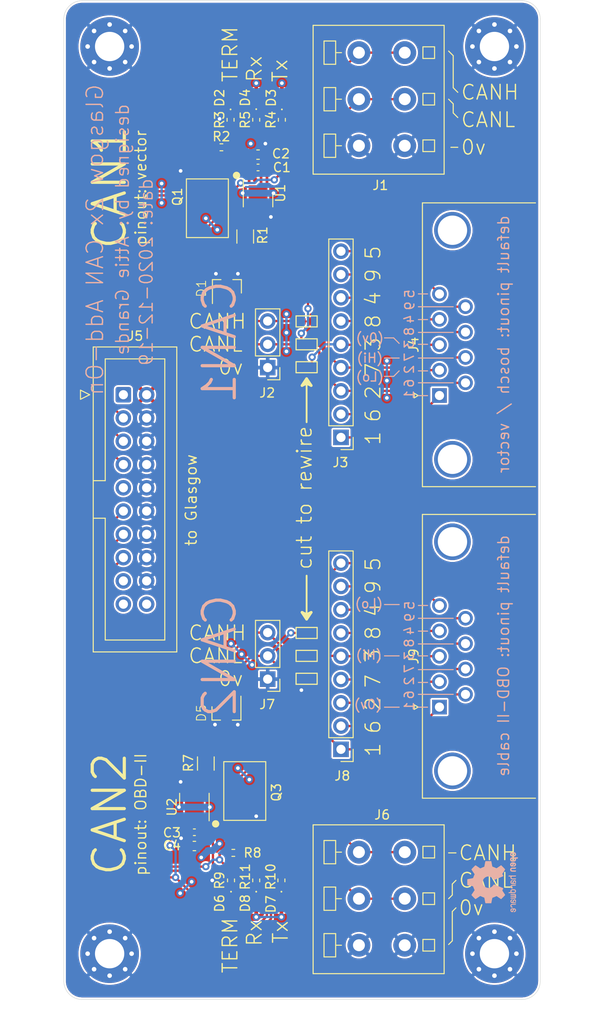
<source format=kicad_pcb>
(kicad_pcb (version 20171130) (host pcbnew "(5.1.8)-1")
  (title_block (title "Glasgow CAN") (date 2020-12-19) (rev r0) (comment 4 "Designed by: Attie Grande"))
  (layers (0 F.Cu signal) (31 B.Cu signal) (34 B.Paste user) (35 F.Paste user) (36 B.SilkS user) (37 F.SilkS user) (38 B.Mask user) (39 F.Mask user) (44 Edge.Cuts user))
  (net 0 "")
  (net 1 0V)
  (net 2 /+5V)
  (net 3 /CAN1_H)
  (net 4 /CAN1_L)
  (net 5 /CAN1_TERM)
  (net 6 "Net-(D2-Pad1)")
  (net 7 "Net-(D3-Pad1)")
  (net 8 "Net-(D4-Pad1)")
  (net 9 /CAN2_H)
  (net 10 /CAN2_L)
  (net 11 /CAN2_TERM)
  (net 12 "Net-(D6-Pad1)")
  (net 13 "Net-(D7-Pad1)")
  (net 14 "Net-(D8-Pad1)")
  (net 15 "Net-(J3-Pad9)")
  (net 16 "Net-(J3-Pad8)")
  (net 17 "Net-(J3-Pad2)")
  (net 18 "Net-(J3-Pad1)")
  (net 19 "Net-(J5-Pad20)")
  (net 20 "Net-(J5-Pad19)")
  (net 21 "Net-(J5-Pad17)")
  (net 22 /CAN2_RxD)
  (net 23 /CAN2_TxD)
  (net 24 "Net-(J5-Pad9)")
  (net 25 /CAN1_RxD)
  (net 26 /CAN1_TxD)
  (net 27 "Net-(J5-Pad1)")
  (net 28 "Net-(J8-Pad8)")
  (net 29 "Net-(J8-Pad7)")
  (net 30 "Net-(J8-Pad6)")
  (net 31 "Net-(J8-Pad4)")
  (net 32 "Net-(J8-Pad3)")
  (net 33 "Net-(J8-Pad2)")
  (net 34 "Net-(Q1-Pad4)")
  (net 35 "Net-(Q1-Pad1)")
  (net 36 "Net-(Q3-Pad4)")
  (net 37 "Net-(Q3-Pad1)")
  (net 38 "Net-(U1-Pad5)")
  (net 39 "Net-(U2-Pad5)")
  (net 40 "Net-(J11-Pad2)")
  (net 41 "Net-(J10-Pad2)")
  (net 42 "Net-(J12-Pad2)")
  (net 43 "Net-(J15-Pad2)")
  (net 44 "Net-(J13-Pad2)")
  (net 45 "Net-(J14-Pad2)")
  (net 46 "Net-(J3-Pad7)")
  (net 47 "Net-(J3-Pad6)")
  (module Symbol:OSHW-Logo2_7.3x6mm_SilkScreen (layer B.Cu) (at 200.8 109.2 270)
    (fp_text reference LOGO1 hide)
    (fp_text value Logo_Open_Hardware_Large hide)
  )
  (module Connector_Dsub:DSUB-9_Male_Horizontal_P2.77x2.84mm_EdgePinOffset7.70mm_Housed_MountingHolesOffset9.12mm (layer F.Cu) (at 195 90.09 90)
    (fp_text reference J9 (at 5.54 -2.8 90) (layer F.SilkS))
    (fp_text value "A-DS 09 A/KG-T2S")
    (pad 1 thru_hole rect (at 0 0 90) (size 1.6 1.6) (drill 1) (layers *.Cu *.Mask) (net 43 "Net-(J15-Pad2)"))
    (pad 2 thru_hole circle (at 2.77 0 90) (size 1.6 1.6) (drill 1) (layers *.Cu *.Mask) (net 32 "Net-(J8-Pad3)"))
    (pad 3 thru_hole circle (at 5.54 0 90) (size 1.6 1.6) (drill 1) (layers *.Cu *.Mask) (net 44 "Net-(J13-Pad2)"))
    (pad 4 thru_hole circle (at 8.31 0 90) (size 1.6 1.6) (drill 1) (layers *.Cu *.Mask) (net 29 "Net-(J8-Pad7)"))
    (pad 5 thru_hole circle (at 11.08 0 90) (size 1.6 1.6) (drill 1) (layers *.Cu *.Mask) (net 45 "Net-(J14-Pad2)"))
    (pad 6 thru_hole circle (at 1.385 2.84 90) (size 1.6 1.6) (drill 1) (layers *.Cu *.Mask) (net 33 "Net-(J8-Pad2)"))
    (pad 7 thru_hole circle (at 4.155 2.84 90) (size 1.6 1.6) (drill 1) (layers *.Cu *.Mask) (net 31 "Net-(J8-Pad4)"))
    (pad 8 thru_hole circle (at 6.925 2.84 90) (size 1.6 1.6) (drill 1) (layers *.Cu *.Mask) (net 30 "Net-(J8-Pad6)"))
    (pad 9 thru_hole circle (at 9.695 2.84 90) (size 1.6 1.6) (drill 1) (layers *.Cu *.Mask) (net 28 "Net-(J8-Pad8)"))
    (pad 0 thru_hole circle (at -6.96 1.42 90) (size 4 4) (drill 3.2) (layers *.Cu *.Mask))
    (pad 0 thru_hole circle (at 18.04 1.42 90) (size 4 4) (drill 3.2) (layers *.Cu *.Mask))
  )
  (module Connector_Dsub:DSUB-9_Male_Horizontal_P2.77x2.84mm_EdgePinOffset7.70mm_Housed_MountingHolesOffset9.12mm (layer F.Cu) (at 195 56.09 90)
    (fp_text reference J4 (at 5.54 -2.8 90) (layer F.SilkS))
    (fp_text value "A-DS 09 A/KG-T2S")
    (pad 1 thru_hole rect (at 0 0 90) (size 1.6 1.6) (drill 1) (layers *.Cu *.Mask) (net 18 "Net-(J3-Pad1)"))
    (pad 2 thru_hole circle (at 2.77 0 90) (size 1.6 1.6) (drill 1) (layers *.Cu *.Mask) (net 40 "Net-(J11-Pad2)"))
    (pad 3 thru_hole circle (at 5.54 0 90) (size 1.6 1.6) (drill 1) (layers *.Cu *.Mask) (net 42 "Net-(J12-Pad2)"))
    (pad 4 thru_hole circle (at 8.31 0 90) (size 1.6 1.6) (drill 1) (layers *.Cu *.Mask) (net 46 "Net-(J3-Pad7)"))
    (pad 5 thru_hole circle (at 11.08 0 90) (size 1.6 1.6) (drill 1) (layers *.Cu *.Mask) (net 15 "Net-(J3-Pad9)"))
    (pad 6 thru_hole circle (at 1.385 2.84 90) (size 1.6 1.6) (drill 1) (layers *.Cu *.Mask) (net 17 "Net-(J3-Pad2)"))
    (pad 7 thru_hole circle (at 4.155 2.84 90) (size 1.6 1.6) (drill 1) (layers *.Cu *.Mask) (net 41 "Net-(J10-Pad2)"))
    (pad 8 thru_hole circle (at 6.925 2.84 90) (size 1.6 1.6) (drill 1) (layers *.Cu *.Mask) (net 47 "Net-(J3-Pad6)"))
    (pad 9 thru_hole circle (at 9.695 2.84 90) (size 1.6 1.6) (drill 1) (layers *.Cu *.Mask) (net 16 "Net-(J3-Pad8)"))
    (pad 0 thru_hole circle (at -6.96 1.42 90) (size 4 4) (drill 3.2) (layers *.Cu *.Mask))
    (pad 0 thru_hole circle (at 18.04 1.42 90) (size 4 4) (drill 3.2) (layers *.Cu *.Mask))
  )
  (module MountingHole:MountingHole_3.2mm_M3_Pad_Via (layer F.Cu) (at 201 117)
    (fp_text reference H4 hide)
    (fp_text value MountingHole_Pad)
    (pad 1 thru_hole circle (at 1.697056 -1.697056) (size 0.8 0.8) (drill 0.5) (layers *.Cu *.Mask) (net 1 0V))
    (pad 1 thru_hole circle (at 0 -2.4) (size 0.8 0.8) (drill 0.5) (layers *.Cu *.Mask) (net 1 0V))
    (pad 1 thru_hole circle (at -1.697056 -1.697056) (size 0.8 0.8) (drill 0.5) (layers *.Cu *.Mask) (net 1 0V))
    (pad 1 thru_hole circle (at -2.4 0) (size 0.8 0.8) (drill 0.5) (layers *.Cu *.Mask) (net 1 0V))
    (pad 1 thru_hole circle (at -1.697056 1.697056) (size 0.8 0.8) (drill 0.5) (layers *.Cu *.Mask) (net 1 0V))
    (pad 1 thru_hole circle (at 0 2.4) (size 0.8 0.8) (drill 0.5) (layers *.Cu *.Mask) (net 1 0V))
    (pad 1 thru_hole circle (at 1.697056 1.697056) (size 0.8 0.8) (drill 0.5) (layers *.Cu *.Mask) (net 1 0V))
    (pad 1 thru_hole circle (at 2.4 0) (size 0.8 0.8) (drill 0.5) (layers *.Cu *.Mask) (net 1 0V))
    (pad 1 thru_hole circle (at 0 0) (size 6.4 6.4) (drill 3.2) (layers *.Cu *.Mask) (net 1 0V))
  )
  (module MountingHole:MountingHole_3.2mm_M3_Pad_Via (layer F.Cu) (at 159 117)
    (fp_text reference H3 hide)
    (fp_text value MountingHole_Pad)
    (pad 1 thru_hole circle (at 1.697056 -1.697056) (size 0.8 0.8) (drill 0.5) (layers *.Cu *.Mask) (net 1 0V))
    (pad 1 thru_hole circle (at 0 -2.4) (size 0.8 0.8) (drill 0.5) (layers *.Cu *.Mask) (net 1 0V))
    (pad 1 thru_hole circle (at -1.697056 -1.697056) (size 0.8 0.8) (drill 0.5) (layers *.Cu *.Mask) (net 1 0V))
    (pad 1 thru_hole circle (at -2.4 0) (size 0.8 0.8) (drill 0.5) (layers *.Cu *.Mask) (net 1 0V))
    (pad 1 thru_hole circle (at -1.697056 1.697056) (size 0.8 0.8) (drill 0.5) (layers *.Cu *.Mask) (net 1 0V))
    (pad 1 thru_hole circle (at 0 2.4) (size 0.8 0.8) (drill 0.5) (layers *.Cu *.Mask) (net 1 0V))
    (pad 1 thru_hole circle (at 1.697056 1.697056) (size 0.8 0.8) (drill 0.5) (layers *.Cu *.Mask) (net 1 0V))
    (pad 1 thru_hole circle (at 2.4 0) (size 0.8 0.8) (drill 0.5) (layers *.Cu *.Mask) (net 1 0V))
    (pad 1 thru_hole circle (at 0 0) (size 6.4 6.4) (drill 3.2) (layers *.Cu *.Mask) (net 1 0V))
  )
  (module MountingHole:MountingHole_3.2mm_M3_Pad_Via (layer F.Cu) (at 201 18)
    (fp_text reference H2 hide)
    (fp_text value MountingHole_Pad)
    (pad 1 thru_hole circle (at 1.697056 -1.697056) (size 0.8 0.8) (drill 0.5) (layers *.Cu *.Mask) (net 1 0V))
    (pad 1 thru_hole circle (at 0 -2.4) (size 0.8 0.8) (drill 0.5) (layers *.Cu *.Mask) (net 1 0V))
    (pad 1 thru_hole circle (at -1.697056 -1.697056) (size 0.8 0.8) (drill 0.5) (layers *.Cu *.Mask) (net 1 0V))
    (pad 1 thru_hole circle (at -2.4 0) (size 0.8 0.8) (drill 0.5) (layers *.Cu *.Mask) (net 1 0V))
    (pad 1 thru_hole circle (at -1.697056 1.697056) (size 0.8 0.8) (drill 0.5) (layers *.Cu *.Mask) (net 1 0V))
    (pad 1 thru_hole circle (at 0 2.4) (size 0.8 0.8) (drill 0.5) (layers *.Cu *.Mask) (net 1 0V))
    (pad 1 thru_hole circle (at 1.697056 1.697056) (size 0.8 0.8) (drill 0.5) (layers *.Cu *.Mask) (net 1 0V))
    (pad 1 thru_hole circle (at 2.4 0) (size 0.8 0.8) (drill 0.5) (layers *.Cu *.Mask) (net 1 0V))
    (pad 1 thru_hole circle (at 0 0) (size 6.4 6.4) (drill 3.2) (layers *.Cu *.Mask) (net 1 0V))
  )
  (module MountingHole:MountingHole_3.2mm_M3_Pad_Via (layer F.Cu) (at 159 18)
    (fp_text reference H1 hide)
    (fp_text value MountingHole_Pad)
    (pad 1 thru_hole circle (at 1.697056 -1.697056) (size 0.8 0.8) (drill 0.5) (layers *.Cu *.Mask) (net 1 0V))
    (pad 1 thru_hole circle (at 0 -2.4) (size 0.8 0.8) (drill 0.5) (layers *.Cu *.Mask) (net 1 0V))
    (pad 1 thru_hole circle (at -1.697056 -1.697056) (size 0.8 0.8) (drill 0.5) (layers *.Cu *.Mask) (net 1 0V))
    (pad 1 thru_hole circle (at -2.4 0) (size 0.8 0.8) (drill 0.5) (layers *.Cu *.Mask) (net 1 0V))
    (pad 1 thru_hole circle (at -1.697056 1.697056) (size 0.8 0.8) (drill 0.5) (layers *.Cu *.Mask) (net 1 0V))
    (pad 1 thru_hole circle (at 0 2.4) (size 0.8 0.8) (drill 0.5) (layers *.Cu *.Mask) (net 1 0V))
    (pad 1 thru_hole circle (at 1.697056 1.697056) (size 0.8 0.8) (drill 0.5) (layers *.Cu *.Mask) (net 1 0V))
    (pad 1 thru_hole circle (at 2.4 0) (size 0.8 0.8) (drill 0.5) (layers *.Cu *.Mask) (net 1 0V))
    (pad 1 thru_hole circle (at 0 0) (size 6.4 6.4) (drill 3.2) (layers *.Cu *.Mask) (net 1 0V))
  )
  (module pkl_jumpers:J_NC_0603_20 (layer F.Cu) (at 180.5 87)
    (fp_text reference J15)
    (fp_text value pkl_jumper_nc hide)
    (fp_line (start -0.1 0) (end 0.1 0) (layer F.Cu) (width 0.2))
    (pad 1 smd roundrect (at -0.575 0) (size 0.95 0.9) (layers F.Cu F.Mask) (net 1 0V))
    (pad 2 smd roundrect (at 0.575 0) (size 0.95 0.9) (layers F.Cu F.Mask) (net 43 "Net-(J15-Pad2)"))
  )
  (module pkl_jumpers:J_NC_0603_20 (layer F.Cu) (at 180.5 82)
    (fp_text reference J14)
    (fp_text value pkl_jumper_nc hide)
    (fp_line (start -0.1 0) (end 0.1 0) (layer F.Cu) (width 0.2))
    (pad 1 smd roundrect (at -0.575 0) (size 0.95 0.9) (layers F.Cu F.Mask) (net 10 /CAN2_L))
    (pad 2 smd roundrect (at 0.575 0) (size 0.95 0.9) (layers F.Cu F.Mask) (net 45 "Net-(J14-Pad2)"))
  )
  (module pkl_jumpers:J_NC_0603_20 (layer F.Cu) (at 180.5 84.5)
    (fp_text reference J13)
    (fp_text value pkl_jumper_nc hide)
    (fp_line (start -0.1 0) (end 0.1 0) (layer F.Cu) (width 0.2))
    (pad 2 smd roundrect (at 0.575 0) (size 0.95 0.9) (layers F.Cu F.Mask) (net 44 "Net-(J13-Pad2)"))
    (pad 1 smd roundrect (at -0.575 0) (size 0.95 0.9) (layers F.Cu F.Mask) (net 9 /CAN2_H))
  )
  (module pkl_jumpers:J_NC_0603_20 (layer F.Cu) (at 180.5 53)
    (fp_text reference J12)
    (fp_text value pkl_jumper_nc hide)
    (fp_line (start -0.1 0) (end 0.1 0) (layer F.Cu) (width 0.2))
    (pad 2 smd roundrect (at 0.575 0) (size 0.95 0.9) (layers F.Cu F.Mask) (net 42 "Net-(J12-Pad2)"))
    (pad 1 smd roundrect (at -0.575 0) (size 0.95 0.9) (layers F.Cu F.Mask) (net 1 0V))
  )
  (module pkl_jumpers:J_NC_0603_20 (layer F.Cu) (at 180.5 50.5)
    (fp_text reference J11)
    (fp_text value pkl_jumper_nc hide)
    (fp_line (start -0.1 0) (end 0.1 0) (layer F.Cu) (width 0.2))
    (pad 2 smd roundrect (at 0.575 0) (size 0.95 0.9) (layers F.Cu F.Mask) (net 40 "Net-(J11-Pad2)"))
    (pad 1 smd roundrect (at -0.575 0) (size 0.95 0.9) (layers F.Cu F.Mask) (net 4 /CAN1_L))
  )
  (module pkl_jumpers:J_NC_0603_20 (layer F.Cu) (at 180.5 48)
    (fp_text reference J10)
    (fp_text value pkl_jumper_nc hide)
    (fp_line (start -0.1 0) (end 0.1 0) (layer F.Cu) (width 0.2))
    (pad 1 smd roundrect (at -0.575 0) (size 0.95 0.9) (layers F.Cu F.Mask) (net 3 /CAN1_H))
    (pad 2 smd roundrect (at 0.575 0) (size 0.95 0.9) (layers F.Cu F.Mask) (net 41 "Net-(J10-Pad2)"))
  )
  (module Package_DFN_QFN:DFN-8-1EP_3x3mm_P0.65mm_EP1.7x2.05mm (layer F.Cu) (at 168.25 101 90)
    (fp_text reference U2 (at 0 -2.45 90) (layer F.SilkS))
    (fp_text value TCAN1051 hide)
    (pad 1 smd roundrect (at -1.45 -0.975 90) (size 0.8 0.3) (layers F.Cu F.Paste F.Mask) (net 23 /CAN2_TxD))
    (pad 2 smd roundrect (at -1.45 -0.325 90) (size 0.8 0.3) (layers F.Cu F.Paste F.Mask) (net 1 0V))
    (pad 3 smd roundrect (at -1.45 0.325 90) (size 0.8 0.3) (layers F.Cu F.Paste F.Mask) (net 2 /+5V))
    (pad 4 smd roundrect (at -1.45 0.975 90) (size 0.8 0.3) (layers F.Cu F.Paste F.Mask) (net 22 /CAN2_RxD))
    (pad 5 smd roundrect (at 1.45 0.975 90) (size 0.8 0.3) (layers F.Cu F.Paste F.Mask) (net 39 "Net-(U2-Pad5)"))
    (pad 6 smd roundrect (at 1.45 0.325 90) (size 0.8 0.3) (layers F.Cu F.Paste F.Mask) (net 10 /CAN2_L))
    (pad 7 smd roundrect (at 1.45 -0.325 90) (size 0.8 0.3) (layers F.Cu F.Paste F.Mask) (net 9 /CAN2_H))
    (pad 8 smd roundrect (at 1.45 -0.975 90) (size 0.8 0.3) (layers F.Cu F.Paste F.Mask) (net 1 0V))
    (pad 9 smd rect (at 0 0 90) (size 1.7 2.05) (layers F.Cu F.Mask))
  )
  (module Package_DFN_QFN:DFN-8-1EP_3x3mm_P0.65mm_EP1.7x2.05mm (layer F.Cu) (at 175.2 34 270)
    (fp_text reference U1 (at 0 -2.45 90) (layer F.SilkS))
    (fp_text value TCAN1051 hide)
    (pad 1 smd roundrect (at -1.45 -0.975 270) (size 0.8 0.3) (layers F.Cu F.Paste F.Mask) (net 26 /CAN1_TxD))
    (pad 2 smd roundrect (at -1.45 -0.325 270) (size 0.8 0.3) (layers F.Cu F.Paste F.Mask) (net 1 0V))
    (pad 3 smd roundrect (at -1.45 0.325 270) (size 0.8 0.3) (layers F.Cu F.Paste F.Mask) (net 2 /+5V))
    (pad 4 smd roundrect (at -1.45 0.975 270) (size 0.8 0.3) (layers F.Cu F.Paste F.Mask) (net 25 /CAN1_RxD))
    (pad 5 smd roundrect (at 1.45 0.975 270) (size 0.8 0.3) (layers F.Cu F.Paste F.Mask) (net 38 "Net-(U1-Pad5)"))
    (pad 6 smd roundrect (at 1.45 0.325 270) (size 0.8 0.3) (layers F.Cu F.Paste F.Mask) (net 4 /CAN1_L))
    (pad 7 smd roundrect (at 1.45 -0.325 270) (size 0.8 0.3) (layers F.Cu F.Paste F.Mask) (net 3 /CAN1_H))
    (pad 8 smd roundrect (at 1.45 -0.975 270) (size 0.8 0.3) (layers F.Cu F.Paste F.Mask) (net 1 0V))
    (pad 9 smd rect (at 0 0 270) (size 1.7 2.05) (layers F.Cu F.Mask))
  )
  (module Resistor_SMD:R_0402_1005Metric (layer F.Cu) (at 175 109 90)
    (fp_text reference R11 (at 0.4 -1.2 90) (layer F.SilkS))
    (fp_text value 25k hide)
    (pad 2 smd roundrect (at 0.51 0 90) (size 0.54 0.64) (layers F.Cu F.Paste F.Mask) (net 22 /CAN2_RxD))
    (pad 1 smd roundrect (at -0.51 0 90) (size 0.54 0.64) (layers F.Cu F.Paste F.Mask) (net 14 "Net-(D8-Pad1)"))
  )
  (module Resistor_SMD:R_0402_1005Metric (layer F.Cu) (at 177.75 109 90)
    (fp_text reference R10 (at 0.4 -1.17 90) (layer F.SilkS))
    (fp_text value 100k hide)
    (pad 2 smd roundrect (at 0.51 0 90) (size 0.54 0.64) (layers F.Cu F.Paste F.Mask) (net 23 /CAN2_TxD))
    (pad 1 smd roundrect (at -0.51 0 90) (size 0.54 0.64) (layers F.Cu F.Paste F.Mask) (net 13 "Net-(D7-Pad1)"))
  )
  (module Resistor_SMD:R_0402_1005Metric (layer F.Cu) (at 172.25 109 90)
    (fp_text reference R9 (at 0 -1.25 90) (layer F.SilkS))
    (fp_text value 25k hide)
    (pad 2 smd roundrect (at 0.51 0 90) (size 0.54 0.64) (layers F.Cu F.Paste F.Mask) (net 1 0V))
    (pad 1 smd roundrect (at -0.51 0 90) (size 0.54 0.64) (layers F.Cu F.Paste F.Mask) (net 12 "Net-(D6-Pad1)"))
  )
  (module Resistor_SMD:R_0402_1005Metric (layer F.Cu) (at 172.5 106 180)
    (fp_text reference R8 (at -2.1 0) (layer F.SilkS))
    (fp_text value 510 hide)
    (pad 2 smd roundrect (at 0.51 0 180) (size 0.54 0.64) (layers F.Cu F.Paste F.Mask) (net 11 /CAN2_TERM))
    (pad 1 smd roundrect (at -0.51 0 180) (size 0.54 0.64) (layers F.Cu F.Paste F.Mask) (net 37 "Net-(Q3-Pad1)"))
  )
  (module Resistor_SMD:R_1206_3216Metric (layer F.Cu) (at 169.5 96.25 270)
    (fp_text reference R7 (at -0.05 1.9 90) (layer F.SilkS))
    (fp_text value 120 hide)
    (pad 2 smd roundrect (at 1.4625 0 270) (size 1.125 1.75) (layers F.Cu F.Paste F.Mask) (roundrect_rratio 0.2222204444444444) (net 9 /CAN2_H))
    (pad 1 smd roundrect (at -1.4625 0 270) (size 1.125 1.75) (layers F.Cu F.Paste F.Mask) (roundrect_rratio 0.2222204444444444) (net 36 "Net-(Q3-Pad4)"))
  )
  (module Resistor_SMD:R_0402_1005Metric (layer F.Cu) (at 175 26 270)
    (fp_text reference R5 (at 0 1.2 90) (layer F.SilkS))
    (fp_text value 25k hide)
    (pad 2 smd roundrect (at 0.51 0 270) (size 0.54 0.64) (layers F.Cu F.Paste F.Mask) (net 25 /CAN1_RxD))
    (pad 1 smd roundrect (at -0.51 0 270) (size 0.54 0.64) (layers F.Cu F.Paste F.Mask) (net 8 "Net-(D4-Pad1)"))
  )
  (module Resistor_SMD:R_0402_1005Metric (layer F.Cu) (at 177.8 26 270)
    (fp_text reference R4 (at 0 1.2 270) (layer F.SilkS))
    (fp_text value 100k hide)
    (pad 2 smd roundrect (at 0.51 0 270) (size 0.54 0.64) (layers F.Cu F.Paste F.Mask) (net 26 /CAN1_TxD))
    (pad 1 smd roundrect (at -0.51 0 270) (size 0.54 0.64) (layers F.Cu F.Paste F.Mask) (net 7 "Net-(D3-Pad1)"))
  )
  (module Resistor_SMD:R_0402_1005Metric (layer F.Cu) (at 172.2 26 270)
    (fp_text reference R3 (at 0 1.2 90) (layer F.SilkS))
    (fp_text value 25k hide)
    (pad 2 smd roundrect (at 0.51 0 270) (size 0.54 0.64) (layers F.Cu F.Paste F.Mask) (net 1 0V))
    (pad 1 smd roundrect (at -0.51 0 270) (size 0.54 0.64) (layers F.Cu F.Paste F.Mask) (net 6 "Net-(D2-Pad1)"))
  )
  (module Resistor_SMD:R_0402_1005Metric (layer F.Cu) (at 171.2 29)
    (fp_text reference R2 (at 0 -1.17) (layer F.SilkS))
    (fp_text value 510 hide)
    (pad 2 smd roundrect (at 0.51 0) (size 0.54 0.64) (layers F.Cu F.Paste F.Mask) (net 5 /CAN1_TERM))
    (pad 1 smd roundrect (at -0.51 0) (size 0.54 0.64) (layers F.Cu F.Paste F.Mask) (net 35 "Net-(Q1-Pad1)"))
  )
  (module Resistor_SMD:R_1206_3216Metric (layer F.Cu) (at 173.8 38.7375 90)
    (fp_text reference R1 (at 0.1375 1.9 90) (layer F.SilkS))
    (fp_text value 120 hide)
    (pad 2 smd roundrect (at 1.4625 0 90) (size 1.125 1.75) (layers F.Cu F.Paste F.Mask) (roundrect_rratio 0.2222204444444444) (net 3 /CAN1_H))
    (pad 1 smd roundrect (at -1.4625 0 90) (size 1.125 1.75) (layers F.Cu F.Paste F.Mask) (roundrect_rratio 0.2222204444444444) (net 34 "Net-(Q1-Pad4)"))
  )
  (module glasgow-can:TLP240A_5 (layer F.Cu) (at 173.75 99.25)
    (fp_text reference Q3 (at 3.45 0.15 90) (layer F.SilkS))
    (fp_text value TLP240A hide)
    (pad 4 smd roundrect (at -1.27 -4.55) (size 1.6 2) (layers F.Cu F.Paste F.Mask) (roundrect_rratio 0.156) (net 36 "Net-(Q3-Pad4)"))
    (pad 2 smd roundrect (at 1.27 4.55) (size 1.6 2) (layers F.Cu F.Paste F.Mask) (roundrect_rratio 0.156) (net 1 0V))
    (pad 1 smd roundrect (at -1.27 4.55) (size 1.6 2) (layers F.Cu F.Paste F.Mask) (roundrect_rratio 0.156) (net 37 "Net-(Q3-Pad1)"))
    (pad 3 smd roundrect (at 1.27 -4.55) (size 1.6 2) (layers F.Cu F.Paste F.Mask) (roundrect_rratio 0.156) (net 10 /CAN2_L))
  )
  (module glasgow-can:TLP240A_5 (layer F.Cu) (at 169.67 35.65 180)
    (fp_text reference Q1 (at 3.27 1.25 90) (layer F.SilkS))
    (fp_text value TLP240A hide)
    (pad 4 smd roundrect (at -1.27 -4.55 180) (size 1.6 2) (layers F.Cu F.Paste F.Mask) (roundrect_rratio 0.156) (net 34 "Net-(Q1-Pad4)"))
    (pad 2 smd roundrect (at 1.27 4.55 180) (size 1.6 2) (layers F.Cu F.Paste F.Mask) (roundrect_rratio 0.156) (net 1 0V))
    (pad 1 smd roundrect (at -1.27 4.55 180) (size 1.6 2) (layers F.Cu F.Paste F.Mask) (roundrect_rratio 0.156) (net 35 "Net-(Q1-Pad1)"))
    (pad 3 smd roundrect (at 1.27 -4.55 180) (size 1.6 2) (layers F.Cu F.Paste F.Mask) (roundrect_rratio 0.156) (net 4 /CAN1_L))
  )
  (module Connector_PinHeader_2.54mm:PinHeader_1x09_P2.54mm_Vertical (layer F.Cu) (at 184.25 94.7 180)
    (fp_text reference J8 (at -0.15 -2.9) (layer F.SilkS))
    (fp_text value Conn_01x09_Male hide)
    (pad 9 thru_hole oval (at 0 20.32 180) (size 1.7 1.7) (drill 1) (layers *.Cu *.Mask) (net 45 "Net-(J14-Pad2)"))
    (pad 8 thru_hole oval (at 0 17.78 180) (size 1.7 1.7) (drill 1) (layers *.Cu *.Mask) (net 28 "Net-(J8-Pad8)"))
    (pad 7 thru_hole oval (at 0 15.24 180) (size 1.7 1.7) (drill 1) (layers *.Cu *.Mask) (net 29 "Net-(J8-Pad7)"))
    (pad 6 thru_hole oval (at 0 12.7 180) (size 1.7 1.7) (drill 1) (layers *.Cu *.Mask) (net 30 "Net-(J8-Pad6)"))
    (pad 5 thru_hole oval (at 0 10.16 180) (size 1.7 1.7) (drill 1) (layers *.Cu *.Mask) (net 44 "Net-(J13-Pad2)"))
    (pad 4 thru_hole oval (at 0 7.62 180) (size 1.7 1.7) (drill 1) (layers *.Cu *.Mask) (net 31 "Net-(J8-Pad4)"))
    (pad 3 thru_hole oval (at 0 5.08 180) (size 1.7 1.7) (drill 1) (layers *.Cu *.Mask) (net 32 "Net-(J8-Pad3)"))
    (pad 2 thru_hole oval (at 0 2.54 180) (size 1.7 1.7) (drill 1) (layers *.Cu *.Mask) (net 33 "Net-(J8-Pad2)"))
    (pad 1 thru_hole rect (at 0 0 180) (size 1.7 1.7) (drill 1) (layers *.Cu *.Mask) (net 43 "Net-(J15-Pad2)"))
  )
  (module Connector_PinHeader_2.54mm:PinHeader_1x03_P2.54mm_Vertical (layer F.Cu) (at 176.25 87.04 180)
    (fp_text reference J7 (at 0.05 -2.76) (layer F.SilkS))
    (fp_text value Conn_01x03_Male hide)
    (pad 3 thru_hole oval (at 0 5.08 180) (size 1.7 1.7) (drill 1) (layers *.Cu *.Mask) (net 9 /CAN2_H))
    (pad 2 thru_hole oval (at 0 2.54 180) (size 1.7 1.7) (drill 1) (layers *.Cu *.Mask) (net 10 /CAN2_L))
    (pad 1 thru_hole rect (at 0 0 180) (size 1.7 1.7) (drill 1) (layers *.Cu *.Mask) (net 1 0V))
  )
  (module glasgow-can:TE_2834077-2 (layer F.Cu) (at 188.75 111 90)
    (fp_text reference J6 (at 9.15 0) (layer F.SilkS))
    (fp_text value 2834077-2 hide)
    (pad 4 thru_hole circle (at -5.08 -2.54 90) (size 2.5 2.5) (drill 1.3) (layers *.Cu *.Mask) (net 1 0V))
    (pad 1 thru_hole circle (at -5.08 2.46 90) (size 2.5 2.5) (drill 1.3) (layers *.Cu *.Mask) (net 1 0V))
    (pad 5 thru_hole circle (at 0 -2.54 90) (size 2.5 2.5) (drill 1.3) (layers *.Cu *.Mask) (net 10 /CAN2_L))
    (pad 2 thru_hole circle (at 0 2.46 90) (size 2.5 2.5) (drill 1.3) (layers *.Cu *.Mask) (net 10 /CAN2_L))
    (pad 6 thru_hole circle (at 5.08 -2.54 90) (size 2.5 2.5) (drill 1.3) (layers *.Cu *.Mask) (net 9 /CAN2_H))
    (pad 3 thru_hole circle (at 5.08 2.46 90) (size 2.5 2.5) (drill 1.3) (layers *.Cu *.Mask) (net 9 /CAN2_H))
  )
  (module Connector_IDC:IDC-Header_2x10_P2.54mm_Vertical (layer F.Cu) (at 160.5 56)
    (fp_text reference J5 (at 1.3 -6.4) (layer F.SilkS))
    (fp_text value Conn_02x10_Odd_Even hide)
    (pad 20 thru_hole circle (at 2.54 22.86) (size 1.7 1.7) (drill 1) (layers *.Cu *.Mask) (net 19 "Net-(J5-Pad20)"))
    (pad 18 thru_hole circle (at 2.54 20.32) (size 1.7 1.7) (drill 1) (layers *.Cu *.Mask) (net 1 0V))
    (pad 16 thru_hole circle (at 2.54 17.78) (size 1.7 1.7) (drill 1) (layers *.Cu *.Mask) (net 1 0V))
    (pad 14 thru_hole circle (at 2.54 15.24) (size 1.7 1.7) (drill 1) (layers *.Cu *.Mask) (net 1 0V))
    (pad 12 thru_hole circle (at 2.54 12.7) (size 1.7 1.7) (drill 1) (layers *.Cu *.Mask) (net 1 0V))
    (pad 10 thru_hole circle (at 2.54 10.16) (size 1.7 1.7) (drill 1) (layers *.Cu *.Mask) (net 1 0V))
    (pad 8 thru_hole circle (at 2.54 7.62) (size 1.7 1.7) (drill 1) (layers *.Cu *.Mask) (net 1 0V))
    (pad 6 thru_hole circle (at 2.54 5.08) (size 1.7 1.7) (drill 1) (layers *.Cu *.Mask) (net 1 0V))
    (pad 4 thru_hole circle (at 2.54 2.54) (size 1.7 1.7) (drill 1) (layers *.Cu *.Mask) (net 1 0V))
    (pad 2 thru_hole circle (at 2.54 0) (size 1.7 1.7) (drill 1) (layers *.Cu *.Mask) (net 2 /+5V))
    (pad 19 thru_hole circle (at 0 22.86) (size 1.7 1.7) (drill 1) (layers *.Cu *.Mask) (net 20 "Net-(J5-Pad19)"))
    (pad 17 thru_hole circle (at 0 20.32) (size 1.7 1.7) (drill 1) (layers *.Cu *.Mask) (net 21 "Net-(J5-Pad17)"))
    (pad 15 thru_hole circle (at 0 17.78) (size 1.7 1.7) (drill 1) (layers *.Cu *.Mask) (net 11 /CAN2_TERM))
    (pad 13 thru_hole circle (at 0 15.24) (size 1.7 1.7) (drill 1) (layers *.Cu *.Mask) (net 22 /CAN2_RxD))
    (pad 11 thru_hole circle (at 0 12.7) (size 1.7 1.7) (drill 1) (layers *.Cu *.Mask) (net 23 /CAN2_TxD))
    (pad 9 thru_hole circle (at 0 10.16) (size 1.7 1.7) (drill 1) (layers *.Cu *.Mask) (net 24 "Net-(J5-Pad9)"))
    (pad 7 thru_hole circle (at 0 7.62) (size 1.7 1.7) (drill 1) (layers *.Cu *.Mask) (net 5 /CAN1_TERM))
    (pad 5 thru_hole circle (at 0 5.08) (size 1.7 1.7) (drill 1) (layers *.Cu *.Mask) (net 25 /CAN1_RxD))
    (pad 3 thru_hole circle (at 0 2.54) (size 1.7 1.7) (drill 1) (layers *.Cu *.Mask) (net 26 /CAN1_TxD))
    (pad 1 thru_hole roundrect (at 0 0) (size 1.7 1.7) (drill 1) (layers *.Cu *.Mask) (roundrect_rratio 0.1470588235294118) (net 27 "Net-(J5-Pad1)"))
  )
  (module Connector_PinHeader_2.54mm:PinHeader_1x09_P2.54mm_Vertical (layer F.Cu) (at 184.25 60.66 180)
    (fp_text reference J3 (at 0.05 -2.74) (layer F.SilkS))
    (fp_text value Conn_01x09_Male hide)
    (pad 9 thru_hole oval (at 0 20.32 180) (size 1.7 1.7) (drill 1) (layers *.Cu *.Mask) (net 15 "Net-(J3-Pad9)"))
    (pad 8 thru_hole oval (at 0 17.78 180) (size 1.7 1.7) (drill 1) (layers *.Cu *.Mask) (net 16 "Net-(J3-Pad8)"))
    (pad 7 thru_hole oval (at 0 15.24 180) (size 1.7 1.7) (drill 1) (layers *.Cu *.Mask) (net 46 "Net-(J3-Pad7)"))
    (pad 6 thru_hole oval (at 0 12.7 180) (size 1.7 1.7) (drill 1) (layers *.Cu *.Mask) (net 47 "Net-(J3-Pad6)"))
    (pad 5 thru_hole oval (at 0 10.16 180) (size 1.7 1.7) (drill 1) (layers *.Cu *.Mask) (net 42 "Net-(J12-Pad2)"))
    (pad 4 thru_hole oval (at 0 7.62 180) (size 1.7 1.7) (drill 1) (layers *.Cu *.Mask) (net 41 "Net-(J10-Pad2)"))
    (pad 3 thru_hole oval (at 0 5.08 180) (size 1.7 1.7) (drill 1) (layers *.Cu *.Mask) (net 40 "Net-(J11-Pad2)"))
    (pad 2 thru_hole oval (at 0 2.54 180) (size 1.7 1.7) (drill 1) (layers *.Cu *.Mask) (net 17 "Net-(J3-Pad2)"))
    (pad 1 thru_hole rect (at 0 0 180) (size 1.7 1.7) (drill 1) (layers *.Cu *.Mask) (net 18 "Net-(J3-Pad1)"))
  )
  (module Connector_PinHeader_2.54mm:PinHeader_1x03_P2.54mm_Vertical (layer F.Cu) (at 176.25 53.04 180)
    (fp_text reference J2 (at 0.05 -2.76) (layer F.SilkS))
    (fp_text value Conn_01x03_Male hide)
    (pad 3 thru_hole oval (at 0 5.08 180) (size 1.7 1.7) (drill 1) (layers *.Cu *.Mask) (net 3 /CAN1_H))
    (pad 2 thru_hole oval (at 0 2.54 180) (size 1.7 1.7) (drill 1) (layers *.Cu *.Mask) (net 4 /CAN1_L))
    (pad 1 thru_hole rect (at 0 0 180) (size 1.7 1.7) (drill 1) (layers *.Cu *.Mask) (net 1 0V))
  )
  (module glasgow-can:TE_2834077-2 (layer F.Cu) (at 188.75 23.75 90)
    (fp_text reference J1 (at -9.4 -0.2) (layer F.SilkS))
    (fp_text value 2834077-2 hide)
    (pad 3 thru_hole circle (at 5.08 2.46 90) (size 2.5 2.5) (drill 1.3) (layers *.Cu *.Mask) (net 3 /CAN1_H))
    (pad 6 thru_hole circle (at 5.08 -2.54 90) (size 2.5 2.5) (drill 1.3) (layers *.Cu *.Mask) (net 3 /CAN1_H))
    (pad 2 thru_hole circle (at 0 2.46 90) (size 2.5 2.5) (drill 1.3) (layers *.Cu *.Mask) (net 4 /CAN1_L))
    (pad 5 thru_hole circle (at 0 -2.54 90) (size 2.5 2.5) (drill 1.3) (layers *.Cu *.Mask) (net 4 /CAN1_L))
    (pad 1 thru_hole circle (at -5.08 2.46 90) (size 2.5 2.5) (drill 1.3) (layers *.Cu *.Mask) (net 1 0V))
    (pad 4 thru_hole circle (at -5.08 -2.54 90) (size 2.5 2.5) (drill 1.3) (layers *.Cu *.Mask) (net 1 0V))
  )
  (module LED_SMD:LED_0402_1005Metric_Pad0.77x0.64mm_HandSolder (layer F.Cu) (at 175 111.5 270)
    (fp_text reference D8 (at 0 1.2 90) (layer F.SilkS))
    (fp_text value TJ-S1005SW4TGLC0A-A5 hide)
    (pad 2 smd roundrect (at 0.5725 0 270) (size 0.765 0.64) (layers F.Cu F.Paste F.Mask) (net 2 /+5V))
    (pad 1 smd roundrect (at -0.5725 0 270) (size 0.765 0.64) (layers F.Cu F.Paste F.Mask) (net 14 "Net-(D8-Pad1)"))
  )
  (module LED_SMD:LED_0402_1005Metric_Pad0.77x0.64mm_HandSolder (layer F.Cu) (at 177.75 111.5 270)
    (fp_text reference D7 (at 0.1 1.15 90) (layer F.SilkS))
    (fp_text value TJ-S1005SW4TGLC2G-A5 hide)
    (pad 2 smd roundrect (at 0.5725 0 270) (size 0.765 0.64) (layers F.Cu F.Paste F.Mask) (net 2 /+5V))
    (pad 1 smd roundrect (at -0.5725 0 270) (size 0.765 0.64) (layers F.Cu F.Paste F.Mask) (net 13 "Net-(D7-Pad1)"))
  )
  (module LED_SMD:LED_0402_1005Metric_Pad0.77x0.64mm_HandSolder (layer F.Cu) (at 172.25 111.5 270)
    (fp_text reference D6 (at 0 1.25 90) (layer F.SilkS))
    (fp_text value TJ-S1005SW4TGLC0A-A5 hide)
    (pad 2 smd roundrect (at 0.5725 0 270) (size 0.765 0.64) (layers F.Cu F.Paste F.Mask) (net 11 /CAN2_TERM))
    (pad 1 smd roundrect (at -0.5725 0 270) (size 0.765 0.64) (layers F.Cu F.Paste F.Mask) (net 12 "Net-(D6-Pad1)"))
  )
  (module rhais_package-smd:SOT-23 (layer F.Cu) (at 171.75 90.75 270)
    (fp_text reference D5 (at 0 2.15 90) (layer F.SilkS) (effects (font (thickness 0.1)) (justify bottom)))
    (fp_text value PESD2CAN hide)
    (pad 3 smd roundrect (at 1.3 0 180) (size 0.8 1.2) (layers F.Cu F.Paste F.Mask) (net 1 0V))
    (pad 2 smd roundrect (at -1.3 0.95 180) (size 0.8 1.2) (layers F.Cu F.Paste F.Mask) (net 9 /CAN2_H))
    (pad 1 smd roundrect (at -1.3 -0.95 180) (size 0.8 1.2) (layers F.Cu F.Paste F.Mask) (net 10 /CAN2_L))
  )
  (module LED_SMD:LED_0402_1005Metric_Pad0.77x0.64mm_HandSolder (layer F.Cu) (at 175 23.5725 90)
    (fp_text reference D4 (at 0 -1.2 90) (layer F.SilkS))
    (fp_text value TJ-S1005SW4TGLC0A-A5 hide)
    (pad 2 smd roundrect (at 0.5725 0 90) (size 0.765 0.64) (layers F.Cu F.Paste F.Mask) (net 2 /+5V))
    (pad 1 smd roundrect (at -0.5725 0 90) (size 0.765 0.64) (layers F.Cu F.Paste F.Mask) (net 8 "Net-(D4-Pad1)"))
  )
  (module LED_SMD:LED_0402_1005Metric_Pad0.77x0.64mm_HandSolder (layer F.Cu) (at 177.8 23.6 90)
    (fp_text reference D3 (at 0 -1.17 90) (layer F.SilkS))
    (fp_text value TJ-S1005SW4TGLC2G-A5 hide)
    (pad 2 smd roundrect (at 0.5725 0 90) (size 0.765 0.64) (layers F.Cu F.Paste F.Mask) (net 2 /+5V))
    (pad 1 smd roundrect (at -0.5725 0 90) (size 0.765 0.64) (layers F.Cu F.Paste F.Mask) (net 7 "Net-(D3-Pad1)"))
  )
  (module LED_SMD:LED_0402_1005Metric_Pad0.77x0.64mm_HandSolder (layer F.Cu) (at 172.2 23.6 90)
    (fp_text reference D2 (at 0 -1.2 90) (layer F.SilkS))
    (fp_text value TJ-S1005SW4TGLC0A-A5 hide)
    (pad 2 smd roundrect (at 0.5725 0 90) (size 0.765 0.64) (layers F.Cu F.Paste F.Mask) (net 5 /CAN1_TERM))
    (pad 1 smd roundrect (at -0.5725 0 90) (size 0.765 0.64) (layers F.Cu F.Paste F.Mask) (net 6 "Net-(D2-Pad1)"))
  )
  (module rhais_package-smd:SOT-23 (layer F.Cu) (at 171.8 44.2 90)
    (fp_text reference D1 (at -0.2 -2.2 90) (layer F.SilkS) (effects (font (thickness 0.1)) (justify bottom)))
    (fp_text value PESD2CAN hide)
    (pad 3 smd roundrect (at 1.3 0) (size 0.8 1.2) (layers F.Cu F.Paste F.Mask) (net 1 0V))
    (pad 2 smd roundrect (at -1.3 0.95) (size 0.8 1.2) (layers F.Cu F.Paste F.Mask) (net 3 /CAN1_H))
    (pad 1 smd roundrect (at -1.3 -0.95) (size 0.8 1.2) (layers F.Cu F.Paste F.Mask) (net 4 /CAN1_L))
  )
  (module Capacitor_SMD:C_0603_1608Metric (layer F.Cu) (at 168.25 105.25 180)
    (fp_text reference C4 (at 2.45 0.05) (layer F.SilkS))
    (fp_text value 4.7u hide)
    (pad 2 smd roundrect (at 0.775 0 180) (size 0.9 0.95) (layers F.Cu F.Paste F.Mask) (net 1 0V))
    (pad 1 smd roundrect (at -0.775 0 180) (size 0.9 0.95) (layers F.Cu F.Paste F.Mask) (net 2 /+5V))
  )
  (module Capacitor_SMD:C_0402_1005Metric (layer F.Cu) (at 168.25 103.75 180)
    (fp_text reference C3 (at 2.45 -0.05) (layer F.SilkS))
    (fp_text value 100n hide)
    (pad 2 smd roundrect (at 0.48 0 180) (size 0.56 0.62) (layers F.Cu F.Paste F.Mask) (net 1 0V))
    (pad 1 smd roundrect (at -0.48 0 180) (size 0.56 0.62) (layers F.Cu F.Paste F.Mask) (net 2 /+5V))
  )
  (module Capacitor_SMD:C_0603_1608Metric (layer F.Cu) (at 175.2 29.8)
    (fp_text reference C2 (at 2.5 -0.1) (layer F.SilkS))
    (fp_text value 4.7u hide)
    (pad 2 smd roundrect (at 0.775 0) (size 0.9 0.95) (layers F.Cu F.Paste F.Mask) (net 1 0V))
    (pad 1 smd roundrect (at -0.775 0) (size 0.9 0.95) (layers F.Cu F.Paste F.Mask) (net 2 /+5V))
  )
  (module Capacitor_SMD:C_0402_1005Metric (layer F.Cu) (at 175.2 31.2)
    (fp_text reference C1 (at 2.6 0) (layer F.SilkS))
    (fp_text value 100n hide)
    (pad 2 smd roundrect (at 0.48 0) (size 0.56 0.62) (layers F.Cu F.Paste F.Mask) (net 1 0V))
    (pad 1 smd roundrect (at -0.48 0) (size 0.56 0.62) (layers F.Cu F.Paste F.Mask) (net 2 /+5V))
  )
  (gr_text "Attie Grande" (at 160.4 38.6 90) (layer B.SilkS) (effects (font (size 1.4 1.4)) (justify left mirror)))
  (gr_text 2020-12-19 (at 163 38.6 90) (layer B.SilkS) (effects (font (size 1.4 1.4)) (justify left mirror)))
  (gr_text date: (at 163 37.7 90) (layer B.SilkS) (effects (font (size 1.4 1.4)) (justify right mirror)))
  (gr_text 1 (at 187.75 60.75 90) (layer F.SilkS) (effects (font (size 1.6 1.6))))
  (gr_text 7 (at 187.75 53.25 90) (layer F.SilkS) (effects (font (size 1.6 1.6))))
  (gr_text 3 (at 187.75 50.5 90) (layer F.SilkS) (effects (font (size 1.6 1.6))))
  (gr_text 8 (at 187.75 48 90) (layer F.SilkS) (effects (font (size 1.6 1.6))))
  (gr_text 6 (at 187.75 58.25 90) (layer F.SilkS) (effects (font (size 1.6 1.6))))
  (gr_text 5 (at 187.75 40.5 90) (layer F.SilkS) (effects (font (size 1.6 1.6))))
  (gr_text 2 (at 187.75 55.75 90) (layer F.SilkS) (effects (font (size 1.6 1.6))))
  (gr_text 9 (at 187.75 43 90) (layer F.SilkS) (effects (font (size 1.6 1.6))))
  (gr_text 4 (at 187.75 45.5 90) (layer F.SilkS) (effects (font (size 1.6 1.6))))
  (gr_text 9 (at 187.75 77 90) (layer F.SilkS) (effects (font (size 1.6 1.6))))
  (gr_text 4 (at 187.75 79.5 90) (layer F.SilkS) (effects (font (size 1.6 1.6))))
  (gr_text 2 (at 187.75 89.75 90) (layer F.SilkS) (effects (font (size 1.6 1.6))))
  (gr_text 7 (at 187.75 87.25 90) (layer F.SilkS) (effects (font (size 1.6 1.6))))
  (gr_text 1 (at 187.75 94.75 90) (layer F.SilkS) (effects (font (size 1.6 1.6))))
  (gr_text 5 (at 187.75 74.5 90) (layer F.SilkS) (effects (font (size 1.6 1.6))))
  (gr_text 6 (at 187.75 92.25 90) (layer F.SilkS) (effects (font (size 1.6 1.6))))
  (gr_text 8 (at 187.75 82 90) (layer F.SilkS) (effects (font (size 1.6 1.6))))
  (gr_text 3 (at 187.75 84.5 90) (layer F.SilkS) (effects (font (size 1.6 1.6))))
  (gr_line (start 189 90.1) (end 190.6 90.1) (layer B.SilkS) (width 0.12))
  (gr_line (start 189 78.9) (end 190.6 78.9) (layer B.SilkS) (width 0.12))
  (gr_line (start 189 84.5) (end 190.6 84.5) (layer B.SilkS) (width 0.12))
  (gr_line (start 190 54) (end 190.6 53.4) (layer B.SilkS) (width 0.12))
  (gr_line (start 189 54) (end 190 54) (layer B.SilkS) (width 0.12))
  (gr_line (start 189 52) (end 190.6 52) (layer B.SilkS) (width 0.12))
  (gr_line (start 190 49.8) (end 190.6 50.4) (layer B.SilkS) (width 0.12))
  (gr_line (start 189 49.8) (end 190 49.8) (layer B.SilkS) (width 0.12))
  (gr_text "(0v)" (at 187.2 89.8) (layer B.SilkS) (effects (font (size 1 1)) (justify mirror)))
  (gr_text "(Hi)" (at 187.3 84.4) (layer B.SilkS) (effects (font (size 1 1)) (justify mirror)))
  (gr_text "(Lo)" (at 187.3 78.8) (layer B.SilkS) (effects (font (size 1 1)) (justify mirror)))
  (gr_text "(Hi)" (at 187.4 52) (layer B.SilkS) (effects (font (size 1 1)) (justify mirror)))
  (gr_text "(0v)" (at 187.4 49.8) (layer B.SilkS) (effects (font (size 1 1)) (justify mirror)))
  (gr_text "(Lo)" (at 187.4 54.05) (layer B.SilkS) (effects (font (size 1 1)) (justify mirror)))
  (gr_line (start 196.8 106) (end 196 106) (layer F.SilkS) (width 0.12))
  (gr_line (start 196.4 110.6) (end 196 111) (layer F.SilkS) (width 0.12))
  (gr_line (start 196.4 110.2) (end 196.4 110.6) (layer F.SilkS) (width 0.12))
  (gr_line (start 196.4 109.4) (end 196.4 110.2) (layer F.SilkS) (width 0.12))
  (gr_line (start 196.8 109) (end 196.4 109.4) (layer F.SilkS) (width 0.12))
  (gr_line (start 196.4 115.6) (end 196 116) (layer F.SilkS) (width 0.12))
  (gr_line (start 196.4 112.4) (end 196.4 115.6) (layer F.SilkS) (width 0.12))
  (gr_line (start 196.8 112) (end 196.4 112.4) (layer F.SilkS) (width 0.12))
  (gr_line (start 197 29) (end 196.25 29) (layer F.SilkS) (width 0.12))
  (gr_line (start 196.5 24.25) (end 196 23.75) (layer F.SilkS) (width 0.12))
  (gr_line (start 196.5 24.5) (end 196.5 24.25) (layer F.SilkS) (width 0.12))
  (gr_line (start 196.5 25.25) (end 196.5 24.5) (layer F.SilkS) (width 0.12))
  (gr_line (start 197 25.75) (end 196.5 25.25) (layer F.SilkS) (width 0.12))
  (gr_line (start 196.5 19) (end 196 18.5) (layer F.SilkS) (width 0.12))
  (gr_line (start 196.5 22.5) (end 196.5 19) (layer F.SilkS) (width 0.12))
  (gr_line (start 197 23) (end 196.5 22.5) (layer F.SilkS) (width 0.12))
  (gr_text "to Glasgow" (at 167.9 67.5 90) (layer F.SilkS) (effects (font (size 1.2 1.2))))
  (gr_text "Glasgow 2x CAN Add-On" (at 157.4 39.1 90) (layer B.SilkS) (effects (font (size 1.8 1.8)) (justify mirror)))
  (gr_text "designed by:" (at 160.4 37.7 90) (layer B.SilkS) (effects (font (size 1.4 1.4)) (justify right mirror)))
  (gr_text 6 (at 191.7 54.75 90) (layer B.SilkS) (effects (font (size 1 1)) (justify mirror)))
  (gr_text 8 (at 191.7 49.1 90) (layer B.SilkS) (effects (font (size 1 1)) (justify mirror)))
  (gr_text 5 (at 191.75 45 90) (layer B.SilkS) (effects (font (size 1 1)) (justify mirror)))
  (gr_text 2 (at 191.7 53.25 90) (layer B.SilkS) (effects (font (size 1 1)) (justify mirror)))
  (gr_text 3 (at 191.7 50.5 90) (layer B.SilkS) (effects (font (size 1 1)) (justify mirror)))
  (gr_text 9 (at 191.75 46.3 90) (layer B.SilkS) (effects (font (size 1 1)) (justify mirror)))
  (gr_text 1 (at 191.7 56 90) (layer B.SilkS) (effects (font (size 1 1)) (justify mirror)))
  (gr_text 7 (at 191.7 51.9 90) (layer B.SilkS) (effects (font (size 1 1)) (justify mirror)))
  (gr_text 4 (at 191.7 47.75 90) (layer B.SilkS) (effects (font (size 1 1)) (justify mirror)))
  (gr_line (start 192.7 50.5) (end 193.7 50.5) (layer B.SilkS) (width 0.12))
  (gr_line (start 192.7 46.4) (end 196.5 46.4) (layer B.SilkS) (width 0.12))
  (gr_line (start 192.7 49.2) (end 196.5 49.2) (layer B.SilkS) (width 0.12))
  (gr_line (start 192.7 56.1) (end 193.7 56.1) (layer B.SilkS) (width 0.12))
  (gr_line (start 192.7 47.8) (end 193.7 47.8) (layer B.SilkS) (width 0.12))
  (gr_line (start 192.7 54.7) (end 196.5 54.7) (layer B.SilkS) (width 0.12))
  (gr_line (start 192.7 52) (end 196.5 52) (layer B.SilkS) (width 0.12))
  (gr_line (start 192.7 53.4) (end 193.7 53.4) (layer B.SilkS) (width 0.12))
  (gr_line (start 192.7 45) (end 193.7 45) (layer B.SilkS) (width 0.12))
  (gr_line (start 192.7 88.7) (end 196.5 88.7) (layer B.SilkS) (width 0.12))
  (gr_line (start 192.7 86) (end 196.5 86) (layer B.SilkS) (width 0.12))
  (gr_line (start 192.7 83.2) (end 196.5 83.2) (layer B.SilkS) (width 0.12))
  (gr_line (start 192.7 80.4) (end 196.5 80.4) (layer B.SilkS) (width 0.12))
  (gr_line (start 192.7 90.1) (end 193.7 90.1) (layer B.SilkS) (width 0.12))
  (gr_line (start 192.7 87.4) (end 193.7 87.4) (layer B.SilkS) (width 0.12))
  (gr_line (start 192.7 84.5) (end 193.7 84.5) (layer B.SilkS) (width 0.12))
  (gr_line (start 192.7 81.8) (end 193.7 81.8) (layer B.SilkS) (width 0.12))
  (gr_line (start 192.7 79) (end 193.7 79) (layer B.SilkS) (width 0.12))
  (gr_text 9 (at 191.75 80.3 90) (layer B.SilkS) (effects (font (size 1 1)) (justify mirror)))
  (gr_text 8 (at 191.7 83.1 90) (layer B.SilkS) (effects (font (size 1 1)) (justify mirror)))
  (gr_text 7 (at 191.7 85.9 90) (layer B.SilkS) (effects (font (size 1 1)) (justify mirror)))
  (gr_text 6 (at 191.7 88.75 90) (layer B.SilkS) (effects (font (size 1 1)) (justify mirror)))
  (gr_text 1 (at 191.7 90 90) (layer B.SilkS) (effects (font (size 1 1)) (justify mirror)))
  (gr_text 2 (at 191.7 87.25 90) (layer B.SilkS) (effects (font (size 1 1)) (justify mirror)))
  (gr_text 3 (at 191.7 84.5 90) (layer B.SilkS) (effects (font (size 1 1)) (justify mirror)))
  (gr_text 4 (at 191.7 81.75 90) (layer B.SilkS) (effects (font (size 1 1)) (justify mirror)))
  (gr_text 5 (at 191.75 79 90) (layer B.SilkS) (effects (font (size 1 1)) (justify mirror)))
  (gr_text CAN2 (at 171 84.5 90) (layer B.SilkS) (effects (font (size 3.5 3.5) (thickness 0.35)) (justify mirror)))
  (gr_text CAN1 (at 171 50.25 90) (layer B.SilkS) (effects (font (size 3.5 3.5) (thickness 0.35)) (justify mirror)))
  (gr_text "default pinout: OBD-II cable" (at 202 84.5 90) (layer B.SilkS) (effects (font (size 1.2 1.2)) (justify mirror)))
  (gr_text "default pinout: bosch / vector" (at 202 50.5 90) (layer B.SilkS) (effects (font (size 1.2 1.2)) (justify mirror)))
  (gr_text "pinout: OBD-II" (at 162.4 101.8 90) (layer F.SilkS) (effects (font (size 1.2 1.2))))
  (gr_text "pinout: vector" (at 162.4 33.4 90) (layer F.SilkS) (effects (font (size 1.2 1.2))))
  (gr_line (start 180.5 80) (end 180 79.75) (layer F.SilkS) (width 0.3))
  (gr_line (start 180.5 75.75) (end 180.5 80.5) (layer F.SilkS) (width 0.2))
  (gr_line (start 180 79.75) (end 180.5 80.5) (layer F.SilkS) (width 0.3))
  (gr_line (start 180.5 80.5) (end 181 79.75) (layer F.SilkS) (width 0.3))
  (gr_line (start 181 79.75) (end 180.5 80) (layer F.SilkS) (width 0.3))
  (gr_line (start 180.5 54.75) (end 181 55) (layer F.SilkS) (width 0.3))
  (gr_line (start 180 55) (end 180.5 54.75) (layer F.SilkS) (width 0.3))
  (gr_line (start 181 55) (end 180.5 54.25) (layer F.SilkS) (width 0.3))
  (gr_line (start 180.5 54.25) (end 180 55) (layer F.SilkS) (width 0.3))
  (gr_line (start 180.5 59) (end 180.5 54.25) (layer F.SilkS) (width 0.2))
  (gr_text "cut to rewire" (at 180.25 67.25 90) (layer F.SilkS) (effects (font (size 1.6 1.6))))
  (gr_text CAN2 (at 159 101.75 90) (layer F.SilkS) (effects (font (size 3.5 3.5) (thickness 0.35))))
  (gr_text CAN1 (at 159 33.4 90) (layer F.SilkS) (effects (font (size 3.5 3.5) (thickness 0.35))))
  (gr_arc (start 204 120) (end 204 122) (angle -90) (layer Edge.Cuts) (width 0.05))
  (gr_arc (start 156 120) (end 154 120) (angle -90) (layer Edge.Cuts) (width 0.05))
  (gr_arc (start 204 15) (end 206 15) (angle -90) (layer Edge.Cuts) (width 0.05))
  (gr_arc (start 156 15) (end 156 13) (angle -90) (layer Edge.Cuts) (width 0.05))
  (gr_line (start 154 120) (end 154 15) (layer Edge.Cuts) (width 0.05))
  (gr_line (start 204 122) (end 156 122) (layer Edge.Cuts) (width 0.05))
  (gr_line (start 206 15) (end 206 120) (layer Edge.Cuts) (width 0.05))
  (gr_line (start 156 13) (end 204 13) (layer Edge.Cuts) (width 0.05))
  (gr_text Rx (at 174.8 116.3 90) (layer F.SilkS) (effects (font (size 1.6 1.6)) (justify left)))
  (gr_text Tx (at 177.65 116 90) (layer F.SilkS) (effects (font (size 1.6 1.6)) (justify left)))
  (gr_text TERM (at 172.15 119.25 90) (layer F.SilkS) (effects (font (size 1.6 1.6)) (justify left)))
  (gr_text CANH (at 197 106) (layer F.SilkS) (effects (font (size 1.6 1.6)) (justify left)))
  (gr_text CANL (at 197 109) (layer F.SilkS) (effects (font (size 1.6 1.6)) (justify left)))
  (gr_text 0v (at 197 112) (layer F.SilkS) (effects (font (size 1.6 1.6)) (justify left)))
  (gr_text CANL (at 167.5 84.5) (layer F.SilkS) (effects (font (size 1.6 1.6)) (justify left)))
  (gr_text 0v (at 170.75 87) (layer F.SilkS) (effects (font (size 1.6 1.6)) (justify left)))
  (gr_text CANH (at 167.5 82) (layer F.SilkS) (effects (font (size 1.6 1.6)) (justify left)))
  (gr_text Rx (at 174.8 22 90) (layer F.SilkS) (effects (font (size 1.6 1.6)) (justify left)))
  (gr_text Tx (at 177.6 22 90) (layer F.SilkS) (effects (font (size 1.6 1.6)) (justify left)))
  (gr_text TERM (at 172.15 22 90) (layer F.SilkS) (effects (font (size 1.6 1.6)) (justify left)))
  (gr_text CANL (at 197.25 26) (layer F.SilkS) (effects (font (size 1.6 1.6)) (justify left)))
  (gr_text 0v (at 197.25 29) (layer F.SilkS) (effects (font (size 1.6 1.6)) (justify left)))
  (gr_text CANH (at 197.25 23) (layer F.SilkS) (effects (font (size 1.6 1.6)) (justify left)))
  (gr_text 0v (at 170.75 53) (layer F.SilkS) (effects (font (size 1.6 1.6)) (justify left)))
  (gr_text CANL (at 167.5 50.5) (layer F.SilkS) (effects (font (size 1.6 1.6)) (justify left)))
  (gr_text CANH (at 167.5 48) (layer F.SilkS) (effects (font (size 1.6 1.6)) (justify left)))
  (via (at 173 42.8) (size 0.8) (drill 0.4) (layers F.Cu B.Cu) (net 1))
  (via (at 170.6 42.8) (size 0.8) (drill 0.4) (layers F.Cu B.Cu) (net 1))
  (segment (start 171.9 42.8) (end 171.8 42.9) (width 0.25) (layer F.Cu) (net 1))
  (segment (start 173 42.8) (end 171.9 42.8) (width 0.25) (layer F.Cu) (net 1))
  (segment (start 171.7 42.8) (end 171.8 42.9) (width 0.25) (layer F.Cu) (net 1))
  (segment (start 170.6 42.8) (end 171.7 42.8) (width 0.25) (layer F.Cu) (net 1))
  (segment (start 175.975 29.8) (end 175.975 30.425) (width 0.25) (layer F.Cu) (net 1))
  (segment (start 175.68 30.72) (end 175.68 31.2) (width 0.25) (layer F.Cu) (net 1))
  (segment (start 175.975 30.425) (end 175.68 30.72) (width 0.25) (layer F.Cu) (net 1))
  (segment (start 175.68 31.2) (end 175.68 31.72) (width 0.25) (layer F.Cu) (net 1))
  (segment (start 175.525 31.875) (end 175.525 32.55) (width 0.25) (layer F.Cu) (net 1))
  (segment (start 175.68 31.72) (end 175.525 31.875) (width 0.25) (layer F.Cu) (net 1))
  (via (at 176 28.6) (size 0.8) (drill 0.4) (layers F.Cu B.Cu) (net 1))
  (segment (start 176 29.775) (end 175.975 29.8) (width 0.25) (layer F.Cu) (net 1))
  (segment (start 176 28.6) (end 176 29.775) (width 0.25) (layer F.Cu) (net 1))
  (via (at 176.6 36.6) (size 0.8) (drill 0.4) (layers F.Cu B.Cu) (net 1))
  (segment (start 176.175 36.175) (end 176.6 36.6) (width 0.25) (layer F.Cu) (net 1))
  (segment (start 176.175 35.45) (end 176.175 36.175) (width 0.25) (layer F.Cu) (net 1))
  (via (at 172.987347 92.012653) (size 0.8) (drill 0.4) (layers F.Cu B.Cu) (net 1))
  (segment (start 172.95 92.05) (end 172.987347 92.012653) (width 0.25) (layer F.Cu) (net 1))
  (segment (start 171.75 92.05) (end 172.95 92.05) (width 0.25) (layer F.Cu) (net 1))
  (via (at 170.5 92) (size 0.8) (drill 0.4) (layers F.Cu B.Cu) (net 1))
  (segment (start 170.55 92.05) (end 170.5 92) (width 0.25) (layer F.Cu) (net 1))
  (segment (start 171.75 92.05) (end 170.55 92.05) (width 0.25) (layer F.Cu) (net 1))
  (via (at 175 102) (size 0.8) (drill 0.4) (layers F.Cu B.Cu) (net 1))
  (segment (start 175.02 102.02) (end 175 102) (width 0.25) (layer F.Cu) (net 1))
  (segment (start 175.02 103.8) (end 175.02 102.02) (width 0.25) (layer F.Cu) (net 1))
  (segment (start 167.77 103.75) (end 167.77 103.48) (width 0.25) (layer F.Cu) (net 1))
  (segment (start 167.77 103.75) (end 167.77 103.23) (width 0.25) (layer F.Cu) (net 1))
  (segment (start 167.925 103.075) (end 167.925 102.45) (width 0.25) (layer F.Cu) (net 1))
  (segment (start 167.77 103.23) (end 167.925 103.075) (width 0.25) (layer F.Cu) (net 1))
  (segment (start 167.475 105.25) (end 167.475 104.775) (width 0.25) (layer F.Cu) (net 1))
  (segment (start 167.475 105.25) (end 167.475 104.525) (width 0.25) (layer F.Cu) (net 1))
  (segment (start 167.77 104.23) (end 167.77 103.75) (width 0.25) (layer F.Cu) (net 1))
  (segment (start 167.475 104.525) (end 167.77 104.23) (width 0.25) (layer F.Cu) (net 1))
  (via (at 166.75 98.25) (size 0.8) (drill 0.4) (layers F.Cu B.Cu) (net 1))
  (segment (start 167.275 98.775) (end 166.75 98.25) (width 0.25) (layer F.Cu) (net 1))
  (segment (start 167.275 99.55) (end 167.275 98.775) (width 0.25) (layer F.Cu) (net 1))
  (segment (start 171.71 26.51) (end 172.2 26.51) (width 0.25) (layer F.Cu) (net 1))
  (via (at 171 25.9) (size 0.8) (drill 0.4) (layers F.Cu B.Cu) (net 1))
  (segment (start 171.61 26.51) (end 171.71 26.51) (width 0.25) (layer F.Cu) (net 1))
  (segment (start 171 25.9) (end 171.61 26.51) (width 0.25) (layer F.Cu) (net 1))
  (via (at 170.2 109) (size 0.8) (drill 0.4) (layers F.Cu B.Cu) (net 1))
  (segment (start 170.71 108.49) (end 170.2 109) (width 0.25) (layer F.Cu) (net 1))
  (segment (start 172.25 108.49) (end 170.71 108.49) (width 0.25) (layer F.Cu) (net 1))
  (segment (start 176.29 53) (end 176.25 53.04) (width 0.25) (layer F.Cu) (net 1))
  (segment (start 179.925 53) (end 176.29 53) (width 0.25) (layer F.Cu) (net 1))
  (via (at 179.93 88.24) (size 0.8) (drill 0.4) (layers F.Cu B.Cu) (net 1))
  (segment (start 179.925 88.235) (end 179.93 88.24) (width 0.25) (layer F.Cu) (net 1))
  (segment (start 179.925 87) (end 179.925 88.235) (width 0.25) (layer F.Cu) (net 1))
  (via (at 166.75 31.575) (size 0.8) (drill 0.4) (layers F.Cu B.Cu) (net 1))
  (segment (start 167.225 31.1) (end 166.75 31.575) (width 0.25) (layer F.Cu) (net 1))
  (segment (start 168.4 31.1) (end 167.225 31.1) (width 0.25) (layer F.Cu) (net 1))
  (via (at 166.8 104.4) (size 0.8) (drill 0.4) (layers F.Cu B.Cu) (net 1))
  (segment (start 166.925 104.525) (end 166.8 104.4) (width 0.25) (layer F.Cu) (net 1))
  (segment (start 167.475 104.525) (end 166.925 104.525) (width 0.25) (layer F.Cu) (net 1))
  (via (at 173.52 34) (size 0.8) (drill 0.4) (layers F.Cu B.Cu) (net 2))
  (segment (start 173.52 34) (end 176.89 34.01) (width 0.75) (layer B.Cu) (net 2))
  (via (at 176.89 34.01) (size 0.8) (drill 0.4) (layers F.Cu B.Cu) (net 2))
  (via (at 164.675 32.95) (size 0.8) (drill 0.4) (layers F.Cu B.Cu) (net 2))
  (segment (start 164.675 32.95) (end 164.675 34.45) (width 0.25) (layer B.Cu) (net 2))
  (via (at 172.25 83.17) (size 0.8) (drill 0.4) (layers F.Cu B.Cu) (net 2))
  (segment (start 173.4 84.32) (end 173.4 84.33) (width 0.25) (layer B.Cu) (net 2))
  (segment (start 173.4 84.33) (end 174.547653 85.477653) (width 0.25) (layer B.Cu) (net 2))
  (via (at 174.547653 85.477653) (size 0.8) (drill 0.4) (layers F.Cu B.Cu) (net 2))
  (segment (start 172.25 83.17) (end 173.4 84.32) (width 0.25) (layer B.Cu) (net 2))
  (via (at 173.4 84.32) (size 0.8) (drill 0.4) (layers F.Cu B.Cu) (net 2))
  (via (at 166.57 101) (size 0.8) (drill 0.4) (layers F.Cu B.Cu) (net 2))
  (via (at 169.94 101.01) (size 0.8) (drill 0.4) (layers F.Cu B.Cu) (net 2))
  (segment (start 166.57 101) (end 169.94 101.01) (width 0.75) (layer B.Cu) (net 2))
  (via (at 189.26 56.35) (size 0.8) (drill 0.4) (layers F.Cu B.Cu) (net 2))
  (via (at 189.26 54.46) (size 0.8) (drill 0.4) (layers F.Cu B.Cu) (net 2))
  (segment (start 189.26 56.35) (end 189.26 54.46) (width 0.25) (layer B.Cu) (net 2))
  (segment (start 189.26 54.46) (end 189.26 52.3) (width 0.25) (layer B.Cu) (net 2))
  (via (at 189.26 52.3) (size 0.8) (drill 0.4) (layers F.Cu B.Cu) (net 2))
  (via (at 178.3 47.2) (size 0.8) (drill 0.4) (layers F.Cu B.Cu) (net 2))
  (via (at 166.7 110.4) (size 0.8) (drill 0.4) (layers F.Cu B.Cu) (net 2))
  (segment (start 167.95 109.15) (end 166.7 110.4) (width 0.25) (layer B.Cu) (net 2))
  (via (at 167.95 109.15) (size 0.8) (drill 0.4) (layers F.Cu B.Cu) (net 2))
  (via (at 169.5 36.75) (size 0.8) (drill 0.4) (layers F.Cu B.Cu) (net 2))
  (via (at 170.75 38) (size 0.8) (drill 0.4) (layers F.Cu B.Cu) (net 2))
  (segment (start 170.75 38) (end 169.5 36.75) (width 0.25) (layer B.Cu) (net 2))
  (via (at 173 96.75) (size 0.8) (drill 0.4) (layers F.Cu B.Cu) (net 2))
  (segment (start 174.72 31.2) (end 174.72 31.72) (width 0.25) (layer F.Cu) (net 2))
  (segment (start 174.875 31.875) (end 174.875 32.55) (width 0.25) (layer F.Cu) (net 2))
  (segment (start 174.72 31.72) (end 174.875 31.875) (width 0.25) (layer F.Cu) (net 2))
  (segment (start 174.425 29.8) (end 174.425 30.425) (width 0.25) (layer F.Cu) (net 2))
  (segment (start 174.72 30.72) (end 174.72 31.2) (width 0.25) (layer F.Cu) (net 2))
  (segment (start 174.425 30.425) (end 174.72 30.72) (width 0.25) (layer F.Cu) (net 2))
  (via (at 174.4 28.6) (size 0.8) (drill 0.4) (layers F.Cu B.Cu) (net 2))
  (segment (start 174.4 29.775) (end 174.425 29.8) (width 0.25) (layer F.Cu) (net 2))
  (segment (start 174.4 28.6) (end 174.4 29.775) (width 0.25) (layer F.Cu) (net 2))
  (via (at 175 22) (size 0.8) (drill 0.4) (layers F.Cu B.Cu) (net 2))
  (segment (start 175 23) (end 175 22) (width 0.25) (layer F.Cu) (net 2))
  (via (at 177.8 22) (size 0.8) (drill 0.4) (layers F.Cu B.Cu) (net 2))
  (segment (start 177.8 23.0275) (end 177.8 22) (width 0.25) (layer F.Cu) (net 2))
  (segment (start 168.73 103.75) (end 168.73 103.23) (width 0.25) (layer F.Cu) (net 2))
  (segment (start 168.575 103.075) (end 168.575 102.45) (width 0.25) (layer F.Cu) (net 2))
  (segment (start 168.73 103.23) (end 168.575 103.075) (width 0.25) (layer F.Cu) (net 2))
  (segment (start 169.025 105.25) (end 169.025 104.525) (width 0.25) (layer F.Cu) (net 2))
  (segment (start 168.73 104.23) (end 168.73 103.75) (width 0.25) (layer F.Cu) (net 2))
  (segment (start 169.025 104.525) (end 168.73 104.23) (width 0.25) (layer F.Cu) (net 2))
  (via (at 169 106.5) (size 0.8) (drill 0.4) (layers F.Cu B.Cu) (net 2))
  (segment (start 169.025 106.475) (end 169 106.5) (width 0.25) (layer F.Cu) (net 2))
  (segment (start 169.025 105.25) (end 169.025 106.475) (width 0.25) (layer F.Cu) (net 2))
  (via (at 175 113) (size 0.8) (drill 0.4) (layers F.Cu B.Cu) (net 2))
  (segment (start 175 112.0725) (end 175 113) (width 0.25) (layer F.Cu) (net 2))
  (via (at 177.75 113) (size 0.8) (drill 0.4) (layers F.Cu B.Cu) (net 2))
  (segment (start 177.75 112.0725) (end 177.75 113) (width 0.25) (layer F.Cu) (net 2))
  (segment (start 175 113) (end 177.75 113) (width 0.25) (layer B.Cu) (net 2))
  (via (at 171 105) (size 0.8) (drill 0.4) (layers F.Cu B.Cu) (net 2))
  (segment (start 169.75 105.75) (end 170.25 105.75) (width 0.75) (layer B.Cu) (net 2))
  (segment (start 169 106.5) (end 169.75 105.75) (width 0.75) (layer B.Cu) (net 2))
  (segment (start 170.25 105.75) (end 171 105) (width 0.75) (layer B.Cu) (net 2))
  (via (at 174.25 98) (size 0.8) (drill 0.4) (layers F.Cu B.Cu) (net 2))
  (segment (start 174.25 98) (end 173 96.75) (width 0.25) (layer B.Cu) (net 2))
  (segment (start 178.3 47.2) (end 178.3 49.225) (width 0.25) (layer B.Cu) (net 2))
  (via (at 178.3 49.225) (size 0.8) (drill 0.4) (layers F.Cu B.Cu) (net 2))
  (via (at 178.3 51.275) (size 0.8) (drill 0.4) (layers F.Cu B.Cu) (net 2))
  (segment (start 178.3 49.225) (end 178.3 51.275) (width 0.25) (layer B.Cu) (net 2))
  (via (at 164.675 35.075) (size 0.8) (drill 0.4) (layers F.Cu B.Cu) (net 2))
  (segment (start 164.675 34.45) (end 164.675 35.075) (width 0.25) (layer B.Cu) (net 2))
  (segment (start 191.21 18.67) (end 186.21 18.67) (width 0.25) (layer F.Cu) (net 3))
  (segment (start 176.25 47.96) (end 174.36 47.96) (width 0.25) (layer F.Cu) (net 3))
  (segment (start 172.75 46.35) (end 172.75 45.5) (width 0.25) (layer F.Cu) (net 3))
  (segment (start 174.36 47.96) (end 172.75 46.35) (width 0.25) (layer F.Cu) (net 3))
  (segment (start 172.75 45.5) (end 172.75 44.45) (width 0.25) (layer F.Cu) (net 3))
  (segment (start 172.75 44.45) (end 175.525 41.675) (width 0.25) (layer F.Cu) (net 3))
  (segment (start 175.525 36.275) (end 175.525 35.45) (width 0.25) (layer F.Cu) (net 3))
  (segment (start 173.8 37.275) (end 175.525 37.275) (width 0.25) (layer F.Cu) (net 3))
  (segment (start 175.525 37.275) (end 175.525 36.275) (width 0.25) (layer F.Cu) (net 3))
  (segment (start 175.525 41.675) (end 175.525 37.275) (width 0.25) (layer F.Cu) (net 3))
  (segment (start 179.885 47.96) (end 179.925 48) (width 0.25) (layer F.Cu) (net 3))
  (segment (start 176.25 47.96) (end 178.36 47.96) (width 0.25) (layer F.Cu) (net 3))
  (segment (start 178.36 47.96) (end 179.885 47.96) (width 0.25) (layer F.Cu) (net 3))
  (segment (start 179.925 24.955) (end 181.99 22.89) (width 0.25) (layer F.Cu) (net 3))
  (segment (start 179.925 48) (end 179.925 24.955) (width 0.25) (layer F.Cu) (net 3))
  (segment (start 181.99 22.89) (end 186.21 18.67) (width 0.25) (layer F.Cu) (net 3))
  (segment (start 186.21 23.75) (end 191.21 23.75) (width 0.25) (layer F.Cu) (net 4))
  (segment (start 176.25 50.5) (end 174.1 50.5) (width 0.25) (layer F.Cu) (net 4))
  (segment (start 170.85 47.25) (end 170.85 45.5) (width 0.25) (layer F.Cu) (net 4))
  (segment (start 174.1 50.5) (end 170.85 47.25) (width 0.25) (layer F.Cu) (net 4))
  (segment (start 170.85 45.5) (end 170.85 44.45) (width 0.25) (layer F.Cu) (net 4))
  (segment (start 168.4 42) (end 168.4 40.2) (width 0.25) (layer F.Cu) (net 4))
  (segment (start 170.85 44.45) (end 168.4 42) (width 0.25) (layer F.Cu) (net 4))
  (segment (start 174.525 36.2) (end 174.875 35.85) (width 0.25) (layer F.Cu) (net 4))
  (segment (start 171.2 36.2) (end 174.525 36.2) (width 0.25) (layer F.Cu) (net 4))
  (segment (start 174.875 35.85) (end 174.875 35.45) (width 0.25) (layer F.Cu) (net 4))
  (segment (start 168.4 39) (end 171.2 36.2) (width 0.25) (layer F.Cu) (net 4))
  (segment (start 168.4 40.2) (end 168.4 39) (width 0.25) (layer F.Cu) (net 4))
  (segment (start 176.25 50.5) (end 179.925 50.5) (width 0.25) (layer F.Cu) (net 4))
  (segment (start 182.58 27.38) (end 180.37501 29.58499) (width 0.25) (layer F.Cu) (net 4))
  (segment (start 180.75 29.21) (end 182.58 27.38) (width 0.25) (layer F.Cu) (net 4))
  (segment (start 182.58 27.38) (end 186.21 23.75) (width 0.25) (layer F.Cu) (net 4))
  (segment (start 180.37501 29.58499) (end 180.37501 45.67501) (width 0.25) (layer F.Cu) (net 4))
  (via (at 180.65 46.6) (size 0.8) (drill 0.4) (layers F.Cu B.Cu) (net 4))
  (segment (start 180.65 45.95) (end 180.65 46.6) (width 0.25) (layer F.Cu) (net 4))
  (segment (start 180.37501 45.67501) (end 180.65 45.95) (width 0.25) (layer F.Cu) (net 4))
  (segment (start 180.65 48.55) (end 180 49.2) (width 0.25) (layer B.Cu) (net 4))
  (via (at 179.925 49.3) (size 0.8) (drill 0.4) (layers F.Cu B.Cu) (net 4))
  (segment (start 179.925 50.5) (end 179.925 49.3) (width 0.25) (layer F.Cu) (net 4))
  (segment (start 180.65 48.575) (end 180.65 47.575) (width 0.25) (layer B.Cu) (net 4))
  (segment (start 180.65 47.575) (end 180.65 48.55) (width 0.25) (layer B.Cu) (net 4))
  (segment (start 179.925 49.3) (end 180.65 48.575) (width 0.25) (layer B.Cu) (net 4))
  (segment (start 180.65 46.6) (end 180.65 47.575) (width 0.25) (layer B.Cu) (net 4))
  (segment (start 171.3 28.1) (end 171.71 28.51) (width 0.25) (layer F.Cu) (net 5))
  (segment (start 171.71 28.51) (end 171.71 29) (width 0.25) (layer F.Cu) (net 5))
  (segment (start 157.54999 60.66999) (end 160.5 63.62) (width 0.25) (layer F.Cu) (net 5))
  (segment (start 157.549991 37.427189) (end 157.54999 60.66999) (width 0.25) (layer F.Cu) (net 5))
  (segment (start 166.42719 28.54999) (end 157.549991 37.427189) (width 0.25) (layer F.Cu) (net 5))
  (segment (start 168.55001 28.54999) (end 166.42719 28.54999) (width 0.25) (layer F.Cu) (net 5))
  (segment (start 169 28.1) (end 168.55001 28.54999) (width 0.25) (layer F.Cu) (net 5))
  (segment (start 170.274998 28.1) (end 169 28.1) (width 0.25) (layer F.Cu) (net 5))
  (segment (start 170.274999 25.525001) (end 170.274998 28.1) (width 0.25) (layer F.Cu) (net 5))
  (segment (start 171.3 24.5) (end 170.274999 25.525001) (width 0.25) (layer F.Cu) (net 5))
  (segment (start 171.6725 23.0275) (end 171.3 23.4) (width 0.25) (layer F.Cu) (net 5))
  (segment (start 171.3 23.4) (end 171.3 24.5) (width 0.25) (layer F.Cu) (net 5))
  (segment (start 172.2 23.0275) (end 171.6725 23.0275) (width 0.25) (layer F.Cu) (net 5))
  (segment (start 170.274998 28.1) (end 171.3 28.1) (width 0.25) (layer F.Cu) (net 5))
  (segment (start 172.2 25.49) (end 172.2 24.1725) (width 0.25) (layer F.Cu) (net 6))
  (segment (start 177.8 25.49) (end 177.8 24.1725) (width 0.25) (layer F.Cu) (net 7))
  (segment (start 175 25.49) (end 175 24.145) (width 0.25) (layer F.Cu) (net 8))
  (segment (start 170.8 89.45) (end 170.8 90.45) (width 0.25) (layer F.Cu) (net 9))
  (segment (start 170.8 90.45) (end 167.925 93.325) (width 0.25) (layer F.Cu) (net 9))
  (segment (start 167.9625 97.7125) (end 167.925 97.675) (width 0.25) (layer F.Cu) (net 9))
  (segment (start 167.925 97.675) (end 167.925 99.55) (width 0.25) (layer F.Cu) (net 9))
  (segment (start 169.5 97.7125) (end 167.9625 97.7125) (width 0.25) (layer F.Cu) (net 9))
  (segment (start 167.925 93.325) (end 167.925 97.675) (width 0.25) (layer F.Cu) (net 9))
  (segment (start 176.25 81.96) (end 174.54 81.96) (width 0.25) (layer F.Cu) (net 9))
  (segment (start 170.8 85.7) (end 170.8 89.45) (width 0.25) (layer F.Cu) (net 9))
  (segment (start 174.54 81.96) (end 170.8 85.7) (width 0.25) (layer F.Cu) (net 9))
  (segment (start 191.21 105.92) (end 186.21 105.92) (width 0.25) (layer F.Cu) (net 9))
  (segment (start 178.20001 83.91001) (end 176.25 81.96) (width 0.25) (layer F.Cu) (net 9))
  (segment (start 178.20001 97.91001) (end 186.21 105.92) (width 0.25) (layer F.Cu) (net 9))
  (segment (start 178.23 84.5) (end 178.20001 84.52999) (width 0.25) (layer F.Cu) (net 9))
  (segment (start 179.925 84.5) (end 178.23 84.5) (width 0.25) (layer F.Cu) (net 9))
  (segment (start 178.20001 84.52999) (end 178.20001 83.91001) (width 0.25) (layer F.Cu) (net 9))
  (segment (start 178.20001 97.91001) (end 178.20001 84.52999) (width 0.25) (layer F.Cu) (net 9))
  (segment (start 172.7 89.45) (end 172.7 90.45) (width 0.25) (layer F.Cu) (net 10))
  (segment (start 175.02 92.77) (end 175.02 93.52) (width 0.25) (layer F.Cu) (net 10))
  (segment (start 172.7 90.45) (end 175.02 92.77) (width 0.25) (layer F.Cu) (net 10))
  (segment (start 175.02 93.52) (end 175.02 94.7) (width 0.25) (layer F.Cu) (net 10))
  (segment (start 175.02 94.7) (end 175.02 95.98) (width 0.25) (layer F.Cu) (net 10))
  (segment (start 175.02 95.98) (end 172.25 98.75) (width 0.25) (layer F.Cu) (net 10))
  (segment (start 172.25 98.75) (end 169 98.75) (width 0.25) (layer F.Cu) (net 10))
  (segment (start 168.575 99.175) (end 168.575 99.55) (width 0.25) (layer F.Cu) (net 10))
  (segment (start 169 98.75) (end 168.575 99.175) (width 0.25) (layer F.Cu) (net 10))
  (segment (start 172.7 89.45) (end 172.7 86.3) (width 0.25) (layer F.Cu) (net 10))
  (segment (start 174.5 84.5) (end 176.25 84.5) (width 0.25) (layer F.Cu) (net 10))
  (segment (start 172.7 86.3) (end 174.5 84.5) (width 0.25) (layer F.Cu) (net 10))
  (segment (start 191.21 111) (end 186.21 111) (width 0.25) (layer F.Cu) (net 10))
  (segment (start 186.21 111) (end 180.98 105.77) (width 0.25) (layer F.Cu) (net 10))
  (segment (start 180.98 105.77) (end 180.75 105.54) (width 0.25) (layer F.Cu) (net 10))
  (via (at 178.78 81.99) (size 0.8) (drill 0.4) (layers F.Cu B.Cu) (net 10))
  (segment (start 178.79 82) (end 178.78 81.99) (width 0.25) (layer F.Cu) (net 10))
  (segment (start 179.925 82) (end 178.79 82) (width 0.25) (layer F.Cu) (net 10))
  (segment (start 176.27 84.5) (end 176.25 84.5) (width 0.25) (layer B.Cu) (net 10))
  (segment (start 178.78 81.99) (end 176.27 84.5) (width 0.25) (layer B.Cu) (net 10))
  (segment (start 176.25 84.5) (end 177.75 86) (width 0.25) (layer F.Cu) (net 10))
  (segment (start 177.75 102.54) (end 186.21 111) (width 0.25) (layer F.Cu) (net 10))
  (segment (start 177.75 86) (end 177.75 102.54) (width 0.25) (layer F.Cu) (net 10))
  (segment (start 158.5 75.78) (end 158.5 100.5) (width 0.25) (layer F.Cu) (net 11))
  (segment (start 160.5 73.78) (end 158.5 75.78) (width 0.25) (layer F.Cu) (net 11))
  (via (at 171 106.75) (size 0.8) (drill 0.4) (layers F.Cu B.Cu) (net 11))
  (segment (start 171.25 106.75) (end 171 106.75) (width 0.25) (layer F.Cu) (net 11))
  (via (at 169.5 107.5) (size 0.8) (drill 0.4) (layers F.Cu B.Cu) (net 11))
  (segment (start 165.5 107.5) (end 164.25 106.25) (width 0.25) (layer F.Cu) (net 11))
  (segment (start 169.5 107.5) (end 165.5 107.5) (width 0.25) (layer F.Cu) (net 11))
  (segment (start 164.25 106.25) (end 164.5 106.5) (width 0.25) (layer F.Cu) (net 11))
  (segment (start 158.5 100.5) (end 164.25 106.25) (width 0.25) (layer F.Cu) (net 11))
  (segment (start 170.25 106.75) (end 171 106.75) (width 0.25) (layer B.Cu) (net 11))
  (segment (start 169.5 107.5) (end 170.25 106.75) (width 0.25) (layer B.Cu) (net 11))
  (segment (start 172.25 112.75) (end 172.25 112.0725) (width 0.25) (layer F.Cu) (net 11))
  (segment (start 173.25 113.75) (end 172.25 112.75) (width 0.25) (layer F.Cu) (net 11))
  (segment (start 175.323002 113.75) (end 173.25 113.75) (width 0.25) (layer F.Cu) (net 11))
  (segment (start 176.15999 112.913012) (end 175.323002 113.75) (width 0.25) (layer F.Cu) (net 11))
  (segment (start 176.15999 108.52358) (end 176.15999 112.913012) (width 0.25) (layer F.Cu) (net 11))
  (segment (start 171 106.75) (end 171.57999 107.32999) (width 0.25) (layer F.Cu) (net 11))
  (segment (start 174.966401 107.329991) (end 175.298205 107.661795) (width 0.25) (layer F.Cu) (net 11))
  (segment (start 171.57999 107.32999) (end 174.966401 107.329991) (width 0.25) (layer F.Cu) (net 11))
  (segment (start 175.298205 107.661795) (end 176.15999 108.52358) (width 0.25) (layer F.Cu) (net 11))
  (segment (start 171 106.75) (end 171 106.21) (width 0.25) (layer F.Cu) (net 11))
  (segment (start 171.21 106) (end 171.99 106) (width 0.25) (layer F.Cu) (net 11))
  (segment (start 171 106.21) (end 171.21 106) (width 0.25) (layer F.Cu) (net 11))
  (segment (start 172.25 109.51) (end 172.25 110.9275) (width 0.25) (layer F.Cu) (net 12))
  (segment (start 177.75 110.9275) (end 177.75 109.51) (width 0.25) (layer F.Cu) (net 13))
  (segment (start 175 110.9275) (end 175 109.51) (width 0.25) (layer F.Cu) (net 14))
  (segment (start 184.25 40.34) (end 190.34 40.34) (width 0.25) (layer F.Cu) (net 15))
  (segment (start 195 45) (end 195 45.01) (width 0.25) (layer F.Cu) (net 15))
  (segment (start 190.34 40.34) (end 195 45) (width 0.25) (layer F.Cu) (net 15))
  (segment (start 184.25 42.88) (end 189.63 42.88) (width 0.25) (layer F.Cu) (net 16))
  (segment (start 193.145 46.395) (end 197.84 46.395) (width 0.25) (layer F.Cu) (net 16))
  (segment (start 189.63 42.88) (end 193.145 46.395) (width 0.25) (layer F.Cu) (net 16))
  (segment (start 184.25 58.12) (end 189.88 58.12) (width 0.25) (layer F.Cu) (net 17))
  (segment (start 193.295 54.705) (end 197.84 54.705) (width 0.25) (layer F.Cu) (net 17))
  (segment (start 189.88 58.12) (end 193.295 54.705) (width 0.25) (layer F.Cu) (net 17))
  (segment (start 190.43 60.66) (end 184.25 60.66) (width 0.25) (layer F.Cu) (net 18))
  (segment (start 195 56.09) (end 190.43 60.66) (width 0.25) (layer F.Cu) (net 18))
  (segment (start 175 108) (end 175 108.49) (width 0.25) (layer F.Cu) (net 22))
  (segment (start 160.5 71.24) (end 158 73.74) (width 0.25) (layer F.Cu) (net 22))
  (segment (start 158 73.74) (end 158 90.75) (width 0.25) (layer F.Cu) (net 22))
  (segment (start 158 90.75) (end 158 95.5) (width 0.25) (layer F.Cu) (net 22))
  (segment (start 158 95.5) (end 158 95.75) (width 0.25) (layer F.Cu) (net 22))
  (segment (start 168.700009 107.950009) (end 169 108.25) (width 0.25) (layer F.Cu) (net 22))
  (segment (start 165.313599 107.950009) (end 168.700009 107.950009) (width 0.25) (layer F.Cu) (net 22))
  (segment (start 158 100.63641) (end 165.313599 107.950009) (width 0.25) (layer F.Cu) (net 22))
  (segment (start 158 95.5) (end 158 100.63641) (width 0.25) (layer F.Cu) (net 22))
  (segment (start 174.78 107.78) (end 170.396998 107.78) (width 0.25) (layer F.Cu) (net 22))
  (segment (start 174.78 107.78) (end 175 108) (width 0.25) (layer F.Cu) (net 22))
  (segment (start 170.274999 107.658001) (end 170.396998 107.78) (width 0.25) (layer F.Cu) (net 22))
  (segment (start 170.274999 104.024999) (end 170.274999 107.658001) (width 0.25) (layer F.Cu) (net 22))
  (segment (start 169.225 102.975) (end 170.274999 104.024999) (width 0.25) (layer F.Cu) (net 22))
  (segment (start 169.225 102.45) (end 169.225 102.975) (width 0.25) (layer F.Cu) (net 22))
  (segment (start 169.823002 108.25) (end 169.38 108.25) (width 0.25) (layer F.Cu) (net 22))
  (segment (start 170.274999 107.658001) (end 170.274999 107.798003) (width 0.25) (layer F.Cu) (net 22))
  (segment (start 170.274999 107.798003) (end 169.823002 108.25) (width 0.25) (layer F.Cu) (net 22))
  (segment (start 169 108.25) (end 169.38 108.25) (width 0.25) (layer F.Cu) (net 22))
  (segment (start 160.5 68.7) (end 157.5 71.7) (width 0.25) (layer F.Cu) (net 23))
  (segment (start 157.5 71.7) (end 157.5 83.25) (width 0.25) (layer F.Cu) (net 23))
  (segment (start 157.5 94.25) (end 157.54999 94.29999) (width 0.25) (layer F.Cu) (net 23))
  (segment (start 157.5 83.25) (end 157.5 93.75) (width 0.25) (layer F.Cu) (net 23))
  (segment (start 157.5 93.75) (end 157.5 94.25) (width 0.25) (layer F.Cu) (net 23))
  (segment (start 176.91 108.49) (end 177.75 108.49) (width 0.25) (layer F.Cu) (net 23))
  (segment (start 176.61 108.79) (end 176.91 108.49) (width 0.25) (layer F.Cu) (net 23))
  (segment (start 176.61 113.19) (end 176.61 108.79) (width 0.25) (layer F.Cu) (net 23))
  (segment (start 175.6 114.2) (end 176.61 113.19) (width 0.25) (layer F.Cu) (net 23))
  (segment (start 172.524991 114.2) (end 175.6 114.2) (width 0.25) (layer F.Cu) (net 23))
  (segment (start 157.5 92.974694) (end 157.5 100.77282) (width 0.25) (layer F.Cu) (net 23))
  (segment (start 157.54999 100.77282) (end 157.549991 100.822811) (width 0.25) (layer F.Cu) (net 23))
  (segment (start 157.5 100.77282) (end 157.54999 100.77282) (width 0.25) (layer F.Cu) (net 23))
  (via (at 166.2 108.675009) (size 0.8) (drill 0.4) (layers F.Cu B.Cu) (net 23))
  (segment (start 165.402189 108.675009) (end 166.2 108.675009) (width 0.25) (layer F.Cu) (net 23))
  (segment (start 157.549991 100.822811) (end 165.402189 108.675009) (width 0.25) (layer F.Cu) (net 23))
  (via (at 165.6 105.2) (size 0.8) (drill 0.4) (layers F.Cu B.Cu) (net 23))
  (segment (start 166.2 105.8) (end 165.6 105.2) (width 0.25) (layer B.Cu) (net 23))
  (segment (start 166.2 108.675009) (end 166.2 105.8) (width 0.25) (layer B.Cu) (net 23))
  (segment (start 166.75 102.45) (end 167.275 102.45) (width 0.25) (layer F.Cu) (net 23))
  (segment (start 165.6 103.6) (end 166.75 102.45) (width 0.25) (layer F.Cu) (net 23))
  (segment (start 165.6 105.2) (end 165.6 103.6) (width 0.25) (layer F.Cu) (net 23))
  (segment (start 171.725001 114.20001) (end 174.4 114.20001) (width 0.25) (layer F.Cu) (net 23))
  (segment (start 166.2 108.675009) (end 171.725001 114.20001) (width 0.25) (layer F.Cu) (net 23))
  (segment (start 175 27.2) (end 175 26.51) (width 0.25) (layer F.Cu) (net 25))
  (segment (start 174.8 27.4) (end 175 27.2) (width 0.25) (layer F.Cu) (net 25))
  (segment (start 160.5 61.08) (end 158 58.58) (width 0.25) (layer F.Cu) (net 25))
  (segment (start 158 44) (end 158.04999 43.95001) (width 0.25) (layer F.Cu) (net 25))
  (segment (start 158 58.58) (end 158 44) (width 0.25) (layer F.Cu) (net 25))
  (segment (start 174.1 27.4) (end 174.8 27.4) (width 0.25) (layer F.Cu) (net 25))
  (segment (start 158 37.61359) (end 158 38.25) (width 0.25) (layer F.Cu) (net 25))
  (segment (start 158 38.25) (end 158 44) (width 0.25) (layer F.Cu) (net 25))
  (segment (start 160.431795 35.181795) (end 161.81359 33.8) (width 0.25) (layer F.Cu) (net 25))
  (segment (start 161.81359 33.8) (end 164.8 33.8) (width 0.25) (layer F.Cu) (net 25))
  (segment (start 164.8 33.8) (end 164 33.8) (width 0.25) (layer F.Cu) (net 25))
  (segment (start 161.21359 34.4) (end 160.431795 35.181795) (width 0.25) (layer F.Cu) (net 25))
  (segment (start 160.431795 35.181795) (end 158 37.61359) (width 0.25) (layer F.Cu) (net 25))
  (segment (start 171.326998 33.8) (end 171 33.8) (width 0.25) (layer F.Cu) (net 25))
  (segment (start 172.951999 32.174999) (end 171.326998 33.8) (width 0.25) (layer F.Cu) (net 25))
  (segment (start 173.873002 32.4) (end 173.648001 32.174999) (width 0.25) (layer F.Cu) (net 25))
  (segment (start 171 33.8) (end 164.8 33.8) (width 0.25) (layer F.Cu) (net 25))
  (segment (start 174.075 32.4) (end 173.873002 32.4) (width 0.25) (layer F.Cu) (net 25))
  (segment (start 174.225 32.55) (end 174.075 32.4) (width 0.25) (layer F.Cu) (net 25))
  (segment (start 173.374999 32.174999) (end 173.374999 28.125001) (width 0.25) (layer F.Cu) (net 25))
  (segment (start 173.648001 32.174999) (end 173.374999 32.174999) (width 0.25) (layer F.Cu) (net 25))
  (segment (start 173.374999 32.174999) (end 172.951999 32.174999) (width 0.25) (layer F.Cu) (net 25))
  (segment (start 173.374999 28.125001) (end 174.1 27.4) (width 0.25) (layer F.Cu) (net 25))
  (segment (start 176.175 32.55) (end 176.55 32.55) (width 0.25) (layer F.Cu) (net 26))
  (via (at 173.3 32.9) (size 0.8) (drill 0.4) (layers F.Cu B.Cu) (net 26))
  (via (at 176.975 32.55) (size 0.8) (drill 0.4) (layers F.Cu B.Cu) (net 26))
  (segment (start 176.175 32.55) (end 176.975 32.55) (width 0.25) (layer F.Cu) (net 26))
  (segment (start 176.975 32.55) (end 175.175 32.55) (width 0.25) (layer B.Cu) (net 26))
  (segment (start 174.825 32.9) (end 173.3 32.9) (width 0.25) (layer B.Cu) (net 26))
  (segment (start 175.175 32.55) (end 174.825 32.9) (width 0.25) (layer B.Cu) (net 26))
  (segment (start 177.8 27.6) (end 177.8 26.51) (width 0.25) (layer F.Cu) (net 26))
  (segment (start 177.4 28) (end 177.8 27.6) (width 0.25) (layer F.Cu) (net 26))
  (segment (start 177.4 32.125) (end 177.4 28) (width 0.25) (layer F.Cu) (net 26))
  (segment (start 176.975 32.55) (end 177.4 32.125) (width 0.25) (layer F.Cu) (net 26))
  (segment (start 172.844616 33.369616) (end 173.3 32.9) (width 0.25) (layer F.Cu) (net 26))
  (segment (start 172.393792 33.369616) (end 172.844616 33.369616) (width 0.25) (layer F.Cu) (net 26))
  (segment (start 171.513399 34.250009) (end 172.393792 33.369616) (width 0.25) (layer F.Cu) (net 26))
  (segment (start 161.99999 34.25001) (end 171.513399 34.250009) (width 0.25) (layer F.Cu) (net 26))
  (segment (start 158.5 37.75) (end 161.99999 34.25001) (width 0.25) (layer F.Cu) (net 26))
  (segment (start 158.5 56.54) (end 158.5 37.75) (width 0.25) (layer F.Cu) (net 26))
  (segment (start 160.5 58.54) (end 158.5 56.54) (width 0.25) (layer F.Cu) (net 26))
  (segment (start 184.25 76.92) (end 189.67 76.92) (width 0.25) (layer F.Cu) (net 28))
  (segment (start 193.145 80.395) (end 197.84 80.395) (width 0.25) (layer F.Cu) (net 28))
  (segment (start 189.67 76.92) (end 193.145 80.395) (width 0.25) (layer F.Cu) (net 28))
  (segment (start 184.25 79.46) (end 189.71 79.46) (width 0.25) (layer F.Cu) (net 29))
  (segment (start 192.03 81.78) (end 195 81.78) (width 0.25) (layer F.Cu) (net 29))
  (segment (start 189.71 79.46) (end 192.03 81.78) (width 0.25) (layer F.Cu) (net 29))
  (segment (start 184.25 82) (end 189.5 82) (width 0.25) (layer F.Cu) (net 30))
  (segment (start 190.665 83.165) (end 197.84 83.165) (width 0.25) (layer F.Cu) (net 30))
  (segment (start 189.5 82) (end 190.665 83.165) (width 0.25) (layer F.Cu) (net 30))
  (segment (start 184.25 87.08) (end 189.42 87.08) (width 0.25) (layer F.Cu) (net 31))
  (segment (start 190.565 85.935) (end 197.84 85.935) (width 0.25) (layer F.Cu) (net 31))
  (segment (start 189.42 87.08) (end 190.565 85.935) (width 0.25) (layer F.Cu) (net 31))
  (segment (start 184.25 89.62) (end 189.88 89.62) (width 0.25) (layer F.Cu) (net 32))
  (segment (start 192.18 87.32) (end 195 87.32) (width 0.25) (layer F.Cu) (net 32))
  (segment (start 189.88 89.62) (end 192.18 87.32) (width 0.25) (layer F.Cu) (net 32))
  (segment (start 184.25 92.16) (end 189.84 92.16) (width 0.25) (layer F.Cu) (net 33))
  (segment (start 193.295 88.705) (end 197.84 88.705) (width 0.25) (layer F.Cu) (net 33))
  (segment (start 189.84 92.16) (end 193.295 88.705) (width 0.25) (layer F.Cu) (net 33))
  (segment (start 170.94 40.2) (end 173.8 40.2) (width 0.25) (layer F.Cu) (net 34))
  (segment (start 170.69 29) (end 170.69 29.49) (width 0.25) (layer F.Cu) (net 35))
  (segment (start 170.94 29.74) (end 170.94 31.1) (width 0.25) (layer F.Cu) (net 35))
  (segment (start 170.69 29.49) (end 170.94 29.74) (width 0.25) (layer F.Cu) (net 35))
  (segment (start 172.3925 94.7875) (end 172.48 94.7) (width 0.25) (layer F.Cu) (net 36))
  (segment (start 169.5 94.7875) (end 172.3925 94.7875) (width 0.25) (layer F.Cu) (net 36))
  (segment (start 173.01 106) (end 173.01 105.51) (width 0.25) (layer F.Cu) (net 37))
  (segment (start 172.48 104.98) (end 172.48 103.8) (width 0.25) (layer F.Cu) (net 37))
  (segment (start 173.01 105.51) (end 172.48 104.98) (width 0.25) (layer F.Cu) (net 37))
  (segment (start 195 53.32) (end 192.18 53.32) (width 0.25) (layer F.Cu) (net 40))
  (segment (start 189.92 55.58) (end 184.25 55.58) (width 0.25) (layer F.Cu) (net 40))
  (segment (start 192.18 53.32) (end 189.92 55.58) (width 0.25) (layer F.Cu) (net 40))
  (segment (start 181.6525 51.0775) (end 181.075 50.5) (width 0.25) (layer F.Cu) (net 40))
  (segment (start 181.89 51.315) (end 181.6525 51.0775) (width 0.25) (layer F.Cu) (net 40))
  (segment (start 181.89 53.22) (end 181.89 51.315) (width 0.25) (layer F.Cu) (net 40))
  (segment (start 184.25 55.58) (end 181.89 53.22) (width 0.25) (layer F.Cu) (net 40))
  (segment (start 184.25 53.04) (end 182.9 51.69) (width 0.25) (layer F.Cu) (net 41))
  (segment (start 182.9 49.825) (end 181.075 48) (width 0.25) (layer F.Cu) (net 41))
  (segment (start 182.9 51.69) (end 182.9 49.825) (width 0.25) (layer F.Cu) (net 41))
  (segment (start 190.11 53.04) (end 191.215 51.935) (width 0.25) (layer F.Cu) (net 41))
  (segment (start 191.215 51.935) (end 197.84 51.935) (width 0.25) (layer F.Cu) (net 41))
  (segment (start 184.25 53.04) (end 190.11 53.04) (width 0.25) (layer F.Cu) (net 41))
  (segment (start 184.3 50.55) (end 184.25 50.5) (width 0.25) (layer F.Cu) (net 42))
  (segment (start 195 50.55) (end 184.3 50.55) (width 0.25) (layer F.Cu) (net 42))
  (via (at 181.1 51.9) (size 0.8) (drill 0.4) (layers F.Cu B.Cu) (net 42))
  (segment (start 181.075 51.925) (end 181.1 51.9) (width 0.25) (layer F.Cu) (net 42))
  (segment (start 181.075 53) (end 181.075 51.925) (width 0.25) (layer F.Cu) (net 42))
  (segment (start 182.5 50.5) (end 184.25 50.5) (width 0.25) (layer B.Cu) (net 42))
  (segment (start 181.1 51.9) (end 182.5 50.5) (width 0.25) (layer B.Cu) (net 42))
  (segment (start 190.39 94.7) (end 195 90.09) (width 0.25) (layer F.Cu) (net 43))
  (segment (start 184.25 94.7) (end 190.39 94.7) (width 0.25) (layer F.Cu) (net 43))
  (segment (start 181.075 87) (end 181.86 87) (width 0.25) (layer F.Cu) (net 43))
  (segment (start 181.86 87) (end 182.4 87.54) (width 0.25) (layer F.Cu) (net 43))
  (segment (start 182.4 92.85) (end 184.25 94.7) (width 0.25) (layer F.Cu) (net 43))
  (segment (start 182.4 87.54) (end 182.4 92.85) (width 0.25) (layer F.Cu) (net 43))
  (segment (start 194.99 84.54) (end 195 84.55) (width 0.25) (layer F.Cu) (net 44))
  (segment (start 184.25 84.54) (end 194.99 84.54) (width 0.25) (layer F.Cu) (net 44))
  (segment (start 184.21 84.5) (end 184.25 84.54) (width 0.25) (layer F.Cu) (net 44))
  (segment (start 181.075 84.5) (end 184.21 84.5) (width 0.25) (layer F.Cu) (net 44))
  (segment (start 190.37 74.38) (end 195 79.01) (width 0.25) (layer F.Cu) (net 45))
  (segment (start 184.25 74.38) (end 190.37 74.38) (width 0.25) (layer F.Cu) (net 45))
  (segment (start 181.075 82) (end 181.78 82) (width 0.25) (layer F.Cu) (net 45))
  (segment (start 181.78 82) (end 182.41 81.37) (width 0.25) (layer F.Cu) (net 45))
  (segment (start 182.41 76.22) (end 184.25 74.38) (width 0.25) (layer F.Cu) (net 45))
  (segment (start 182.41 81.37) (end 182.41 76.22) (width 0.25) (layer F.Cu) (net 45))
  (segment (start 184.25 45.42) (end 189.67 45.42) (width 0.25) (layer F.Cu) (net 46))
  (segment (start 192.03 47.78) (end 195 47.78) (width 0.25) (layer F.Cu) (net 46))
  (segment (start 189.67 45.42) (end 192.03 47.78) (width 0.25) (layer F.Cu) (net 46))
  (segment (start 184.54 48) (end 184.5 47.96) (width 0.25) (layer F.Cu) (net 47))
  (segment (start 184.25 47.96) (end 189.46 47.96) (width 0.25) (layer F.Cu) (net 47))
  (segment (start 190.665 49.165) (end 197.84 49.165) (width 0.25) (layer F.Cu) (net 47))
  (segment (start 189.46 47.96) (end 190.665 49.165) (width 0.25) (layer F.Cu) (net 47))
  (zone (net 2) (net_name /+5V) (layer F.Cu) (connect_pads (clearance 0.2)) (min_thickness 0.2) (fill yes (arc_segments 32) (thermal_gap 0.2) (thermal_bridge_width 0.4) (smoothing fillet) (radius 2))
    (polygon (pts (xy 206 122) (xy 154 122) (xy 154 13) (xy 206 13)))
  )
  (zone (net 1) (net_name 0V) (layer B.Cu) (connect_pads (clearance 0.2)) (min_thickness 0.2) (fill yes (arc_segments 32) (thermal_gap 0.2) (thermal_bridge_width 0.4) (smoothing fillet) (radius 2))
    (polygon (pts (xy 206 122) (xy 154 122) (xy 154 13) (xy 206 13)))
  )
)
</source>
